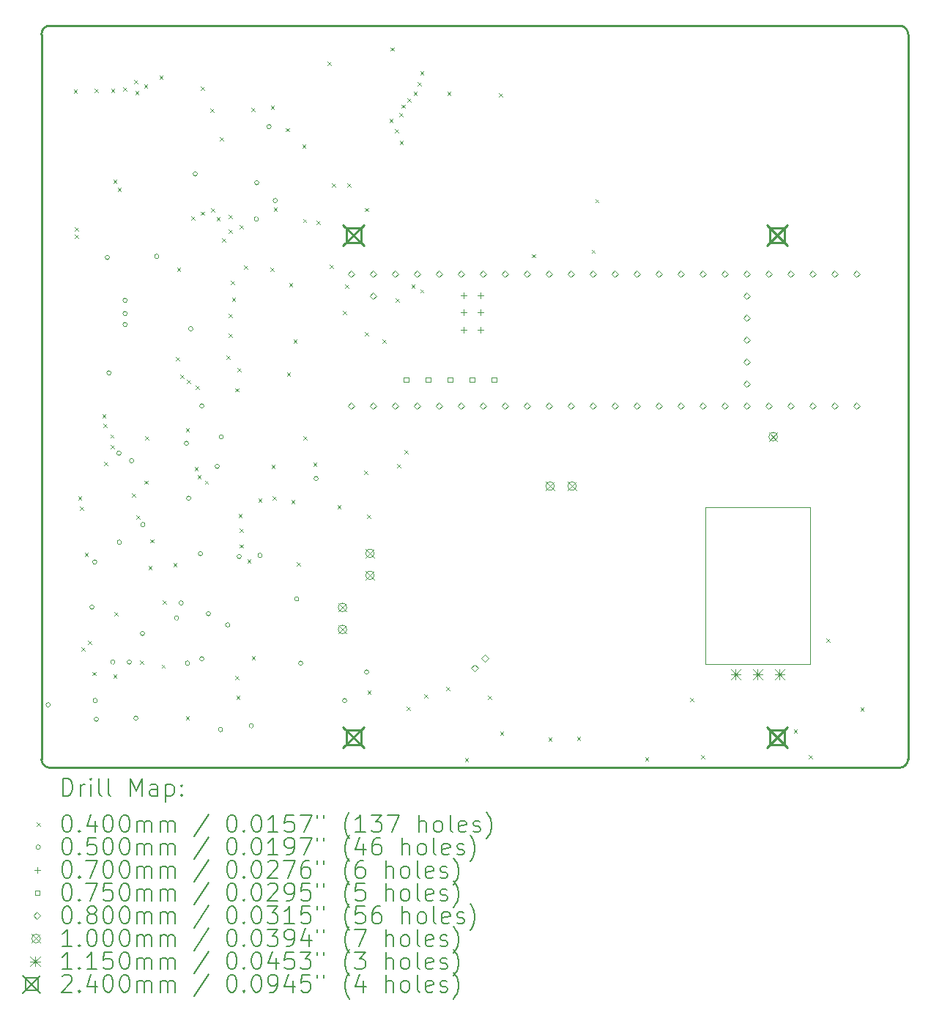
<source format=gbr>
%TF.GenerationSoftware,KiCad,Pcbnew,7.0.6*%
%TF.CreationDate,2024-04-07T14:57:13-04:00*%
%TF.ProjectId,mainbox,6d61696e-626f-4782-9e6b-696361645f70,rev?*%
%TF.SameCoordinates,Original*%
%TF.FileFunction,Drillmap*%
%TF.FilePolarity,Positive*%
%FSLAX45Y45*%
G04 Gerber Fmt 4.5, Leading zero omitted, Abs format (unit mm)*
G04 Created by KiCad (PCBNEW 7.0.6) date 2024-04-07 14:57:13*
%MOMM*%
%LPD*%
G01*
G04 APERTURE LIST*
%ADD10C,0.250000*%
%ADD11C,0.100000*%
%ADD12C,0.200000*%
%ADD13C,0.040000*%
%ADD14C,0.050000*%
%ADD15C,0.070000*%
%ADD16C,0.075000*%
%ADD17C,0.080000*%
%ADD18C,0.115000*%
%ADD19C,0.240000*%
G04 APERTURE END LIST*
D10*
X22387300Y-4851400D02*
G75*
G03*
X22287300Y-4751400I-100000J0D01*
G01*
X12370300Y-13223900D02*
G75*
G03*
X12470300Y-13323900I100000J0D01*
G01*
X22387300Y-13223900D02*
X22387300Y-4851400D01*
X12370300Y-4851400D02*
X12370300Y-13223900D01*
X22287300Y-13323900D02*
G75*
G03*
X22387300Y-13223900I0J100000D01*
G01*
X22287300Y-4751400D02*
X12470300Y-4751400D01*
X12470300Y-13323900D02*
X22287300Y-13323900D01*
D11*
X20047000Y-10318000D02*
X21255000Y-10318000D01*
X21255000Y-12125000D01*
X20047000Y-12125000D01*
X20047000Y-10318000D01*
D10*
X12470300Y-4751400D02*
G75*
G03*
X12370300Y-4851400I0J-100000D01*
G01*
D12*
D13*
X12743500Y-5491800D02*
X12783500Y-5531800D01*
X12783500Y-5491800D02*
X12743500Y-5531800D01*
X12756200Y-7079300D02*
X12796200Y-7119300D01*
X12796200Y-7079300D02*
X12756200Y-7119300D01*
X12756200Y-7168200D02*
X12796200Y-7208200D01*
X12796200Y-7168200D02*
X12756200Y-7208200D01*
X12794300Y-10190800D02*
X12834300Y-10230800D01*
X12834300Y-10190800D02*
X12794300Y-10230800D01*
X12818250Y-10306211D02*
X12858250Y-10346211D01*
X12858250Y-10306211D02*
X12818250Y-10346211D01*
X12832400Y-11930700D02*
X12872400Y-11970700D01*
X12872400Y-11930700D02*
X12832400Y-11970700D01*
X12870500Y-10838500D02*
X12910500Y-10878500D01*
X12910500Y-10838500D02*
X12870500Y-10878500D01*
X12905700Y-11854500D02*
X12945700Y-11894500D01*
X12945700Y-11854500D02*
X12905700Y-11894500D01*
X12960704Y-12216975D02*
X13000704Y-12256975D01*
X13000704Y-12216975D02*
X12960704Y-12256975D01*
X12984800Y-5479100D02*
X13024800Y-5519100D01*
X13024800Y-5479100D02*
X12984800Y-5519100D01*
X13073700Y-9238300D02*
X13113700Y-9278300D01*
X13113700Y-9238300D02*
X13073700Y-9278300D01*
X13086400Y-9352600D02*
X13126400Y-9392600D01*
X13126400Y-9352600D02*
X13086400Y-9392600D01*
X13094600Y-9790849D02*
X13134600Y-9830849D01*
X13134600Y-9790849D02*
X13094600Y-9830849D01*
X13166422Y-9473772D02*
X13206422Y-9513772D01*
X13206422Y-9473772D02*
X13166422Y-9513772D01*
X13172250Y-9593900D02*
X13212250Y-9633900D01*
X13212250Y-9593900D02*
X13172250Y-9633900D01*
X13175300Y-5479100D02*
X13215300Y-5519100D01*
X13215300Y-5479100D02*
X13175300Y-5519100D01*
X13200700Y-6533200D02*
X13240700Y-6573200D01*
X13240700Y-6533200D02*
X13200700Y-6573200D01*
X13200700Y-12248200D02*
X13240700Y-12288200D01*
X13240700Y-12248200D02*
X13200700Y-12288200D01*
X13213400Y-11524300D02*
X13253400Y-11564300D01*
X13253400Y-11524300D02*
X13213400Y-11564300D01*
X13251500Y-6622100D02*
X13291500Y-6662100D01*
X13291500Y-6622100D02*
X13251500Y-6662100D01*
X13315000Y-5466400D02*
X13355000Y-5506400D01*
X13355000Y-5466400D02*
X13315000Y-5506400D01*
X13416600Y-10152700D02*
X13456600Y-10192700D01*
X13456600Y-10152700D02*
X13416600Y-10192700D01*
X13442000Y-5377500D02*
X13482000Y-5417500D01*
X13482000Y-5377500D02*
X13442000Y-5417500D01*
X13454700Y-5504500D02*
X13494700Y-5544500D01*
X13494700Y-5504500D02*
X13454700Y-5544500D01*
X13467400Y-10411200D02*
X13507400Y-10451200D01*
X13507400Y-10411200D02*
X13467400Y-10451200D01*
X13510866Y-12088466D02*
X13550866Y-12128466D01*
X13550866Y-12088466D02*
X13510866Y-12128466D01*
X13556300Y-5428300D02*
X13596300Y-5468300D01*
X13596300Y-5428300D02*
X13556300Y-5468300D01*
X13563150Y-10006150D02*
X13603150Y-10046150D01*
X13603150Y-10006150D02*
X13563150Y-10046150D01*
X13569000Y-9492300D02*
X13609000Y-9532300D01*
X13609000Y-9492300D02*
X13569000Y-9532300D01*
X13607100Y-10990900D02*
X13647100Y-11030900D01*
X13647100Y-10990900D02*
X13607100Y-11030900D01*
X13630250Y-10683560D02*
X13670250Y-10723560D01*
X13670250Y-10683560D02*
X13630250Y-10723560D01*
X13734100Y-5326700D02*
X13774100Y-5366700D01*
X13774100Y-5326700D02*
X13734100Y-5366700D01*
X13759500Y-12131650D02*
X13799500Y-12171650D01*
X13799500Y-12131650D02*
X13759500Y-12171650D01*
X13769950Y-11391986D02*
X13809950Y-11431986D01*
X13809950Y-11391986D02*
X13769950Y-11431986D01*
X13894120Y-10957880D02*
X13934120Y-10997880D01*
X13934120Y-10957880D02*
X13894120Y-10997880D01*
X13924600Y-8577900D02*
X13964600Y-8617900D01*
X13964600Y-8577900D02*
X13924600Y-8617900D01*
X13937300Y-7549200D02*
X13977300Y-7589200D01*
X13977300Y-7549200D02*
X13937300Y-7589200D01*
X13975400Y-8781100D02*
X14015400Y-8821100D01*
X14015400Y-8781100D02*
X13975400Y-8821100D01*
X14038900Y-9403400D02*
X14078900Y-9443400D01*
X14078900Y-9403400D02*
X14038900Y-9443400D01*
X14038900Y-12730800D02*
X14078900Y-12770800D01*
X14078900Y-12730800D02*
X14038900Y-12770800D01*
X14051600Y-8844600D02*
X14091600Y-8884600D01*
X14091600Y-8844600D02*
X14051600Y-8884600D01*
X14102400Y-6952300D02*
X14142400Y-6992300D01*
X14142400Y-6952300D02*
X14102400Y-6992300D01*
X14140500Y-9847900D02*
X14180500Y-9887900D01*
X14180500Y-9847900D02*
X14140500Y-9887900D01*
X14153200Y-8908100D02*
X14193200Y-8948100D01*
X14193200Y-8908100D02*
X14153200Y-8948100D01*
X14173520Y-9941880D02*
X14213520Y-9981880D01*
X14213520Y-9941880D02*
X14173520Y-9981880D01*
X14210084Y-6898967D02*
X14250084Y-6938967D01*
X14250084Y-6898967D02*
X14210084Y-6938967D01*
X14214160Y-5456240D02*
X14254160Y-5496240D01*
X14254160Y-5456240D02*
X14214160Y-5496240D01*
X14259880Y-10007920D02*
X14299880Y-10047920D01*
X14299880Y-10007920D02*
X14259880Y-10047920D01*
X14320840Y-5710240D02*
X14360840Y-5750240D01*
X14360840Y-5710240D02*
X14320840Y-5750240D01*
X14331000Y-6863400D02*
X14371000Y-6903400D01*
X14371000Y-6863400D02*
X14331000Y-6903400D01*
X14394500Y-6965000D02*
X14434500Y-7005000D01*
X14434500Y-6965000D02*
X14394500Y-7005000D01*
X14432600Y-6037900D02*
X14472600Y-6077900D01*
X14472600Y-6037900D02*
X14432600Y-6077900D01*
X14458000Y-7206300D02*
X14498000Y-7246300D01*
X14498000Y-7206300D02*
X14458000Y-7246300D01*
X14508800Y-8565200D02*
X14548800Y-8605200D01*
X14548800Y-8565200D02*
X14508800Y-8605200D01*
X14534200Y-6939600D02*
X14574200Y-6979600D01*
X14574200Y-6939600D02*
X14534200Y-6979600D01*
X14534200Y-8082600D02*
X14574200Y-8122600D01*
X14574200Y-8082600D02*
X14534200Y-8122600D01*
X14534200Y-8311200D02*
X14574200Y-8351200D01*
X14574200Y-8311200D02*
X14534200Y-8351200D01*
X14536900Y-7109200D02*
X14576900Y-7149200D01*
X14576900Y-7109200D02*
X14536900Y-7149200D01*
X14559600Y-7701600D02*
X14599600Y-7741600D01*
X14599600Y-7701600D02*
X14559600Y-7741600D01*
X14572300Y-7892100D02*
X14612300Y-7932100D01*
X14612300Y-7892100D02*
X14572300Y-7932100D01*
X14610400Y-8941120D02*
X14650400Y-8981120D01*
X14650400Y-8941120D02*
X14610400Y-8981120D01*
X14610400Y-12260900D02*
X14650400Y-12300900D01*
X14650400Y-12260900D02*
X14610400Y-12300900D01*
X14623100Y-12489500D02*
X14663100Y-12529500D01*
X14663100Y-12489500D02*
X14623100Y-12529500D01*
X14635800Y-8707440D02*
X14675800Y-8747440D01*
X14675800Y-8707440D02*
X14635800Y-8747440D01*
X14648500Y-10394000D02*
X14688500Y-10434000D01*
X14688500Y-10394000D02*
X14648500Y-10434000D01*
X14661200Y-7053900D02*
X14701200Y-7093900D01*
X14701200Y-7053900D02*
X14661200Y-7093900D01*
X14661200Y-10559100D02*
X14701200Y-10599100D01*
X14701200Y-10559100D02*
X14661200Y-10599100D01*
X14661200Y-10744520D02*
X14701200Y-10784520D01*
X14701200Y-10744520D02*
X14661200Y-10784520D01*
X14712000Y-7519300D02*
X14752000Y-7559300D01*
X14752000Y-7519300D02*
X14712000Y-7559300D01*
X14750100Y-10914700D02*
X14790100Y-10954700D01*
X14790100Y-10914700D02*
X14750100Y-10954700D01*
X14794618Y-5699411D02*
X14834618Y-5739411D01*
X14834618Y-5699411D02*
X14794618Y-5739411D01*
X14800900Y-12032300D02*
X14840900Y-12072300D01*
X14840900Y-12032300D02*
X14800900Y-12072300D01*
X14877100Y-10216200D02*
X14917100Y-10256200D01*
X14917100Y-10216200D02*
X14877100Y-10256200D01*
X15016800Y-7549200D02*
X15056800Y-7589200D01*
X15056800Y-7549200D02*
X15016800Y-7589200D01*
X15019908Y-5677822D02*
X15059908Y-5717822D01*
X15059908Y-5677822D02*
X15019908Y-5717822D01*
X15029500Y-9822500D02*
X15069500Y-9862500D01*
X15069500Y-9822500D02*
X15029500Y-9862500D01*
X15042200Y-10190800D02*
X15082200Y-10230800D01*
X15082200Y-10190800D02*
X15042200Y-10230800D01*
X15054900Y-6850700D02*
X15094900Y-6890700D01*
X15094900Y-6850700D02*
X15054900Y-6890700D01*
X15194600Y-5933760D02*
X15234600Y-5973760D01*
X15234600Y-5933760D02*
X15194600Y-5973760D01*
X15207300Y-8755700D02*
X15247300Y-8795700D01*
X15247300Y-8755700D02*
X15207300Y-8795700D01*
X15232700Y-7727000D02*
X15272700Y-7767000D01*
X15272700Y-7727000D02*
X15232700Y-7767000D01*
X15258100Y-10228900D02*
X15298100Y-10268900D01*
X15298100Y-10228900D02*
X15258100Y-10268900D01*
X15283500Y-8374700D02*
X15323500Y-8414700D01*
X15323500Y-8374700D02*
X15283500Y-8414700D01*
X15321600Y-10952800D02*
X15361600Y-10992800D01*
X15361600Y-10952800D02*
X15321600Y-10992800D01*
X15385100Y-6126800D02*
X15425100Y-6166800D01*
X15425100Y-6126800D02*
X15385100Y-6166800D01*
X15392720Y-6985320D02*
X15432720Y-7025320D01*
X15432720Y-6985320D02*
X15392720Y-7025320D01*
X15397800Y-9492300D02*
X15437800Y-9532300D01*
X15437800Y-9492300D02*
X15397800Y-9532300D01*
X15512100Y-9797100D02*
X15552100Y-9837100D01*
X15552100Y-9797100D02*
X15512100Y-9837100D01*
X15550200Y-7003100D02*
X15590200Y-7043100D01*
X15590200Y-7003100D02*
X15550200Y-7043100D01*
X15677200Y-5166680D02*
X15717200Y-5206680D01*
X15717200Y-5166680D02*
X15677200Y-5206680D01*
X15702600Y-7511100D02*
X15742600Y-7551100D01*
X15742600Y-7511100D02*
X15702600Y-7551100D01*
X15728000Y-6571300D02*
X15768000Y-6611300D01*
X15768000Y-6571300D02*
X15728000Y-6611300D01*
X15791500Y-10290300D02*
X15831500Y-10330300D01*
X15831500Y-10290300D02*
X15791500Y-10330300D01*
X15855000Y-8044500D02*
X15895000Y-8084500D01*
X15895000Y-8044500D02*
X15855000Y-8084500D01*
X15880400Y-7742240D02*
X15920400Y-7782240D01*
X15920400Y-7742240D02*
X15880400Y-7782240D01*
X15905800Y-6571300D02*
X15945800Y-6611300D01*
X15945800Y-6571300D02*
X15905800Y-6611300D01*
X16098840Y-9891080D02*
X16138840Y-9931080D01*
X16138840Y-9891080D02*
X16098840Y-9931080D01*
X16109000Y-6858320D02*
X16149000Y-6898320D01*
X16149000Y-6858320D02*
X16109000Y-6898320D01*
X16109000Y-8291450D02*
X16149000Y-8331450D01*
X16149000Y-8291450D02*
X16109000Y-8331450D01*
X16134400Y-10399080D02*
X16174400Y-10439080D01*
X16174400Y-10399080D02*
X16134400Y-10439080D01*
X16139480Y-12431080D02*
X16179480Y-12471080D01*
X16179480Y-12431080D02*
X16139480Y-12471080D01*
X16312200Y-8374700D02*
X16352200Y-8414700D01*
X16352200Y-8374700D02*
X16312200Y-8414700D01*
X16393480Y-5827080D02*
X16433480Y-5867080D01*
X16433480Y-5827080D02*
X16393480Y-5867080D01*
X16403640Y-5004120D02*
X16443640Y-5044120D01*
X16443640Y-5004120D02*
X16403640Y-5044120D01*
X16454440Y-5949000D02*
X16494440Y-5989000D01*
X16494440Y-5949000D02*
X16454440Y-5989000D01*
X16464600Y-7900300D02*
X16504600Y-7940300D01*
X16504600Y-7900300D02*
X16464600Y-7940300D01*
X16479840Y-9814880D02*
X16519840Y-9854880D01*
X16519840Y-9814880D02*
X16479840Y-9854880D01*
X16505240Y-5761040D02*
X16545240Y-5801040D01*
X16545240Y-5761040D02*
X16505240Y-5801040D01*
X16511857Y-6084623D02*
X16551857Y-6124623D01*
X16551857Y-6084623D02*
X16511857Y-6124623D01*
X16530640Y-5664520D02*
X16570640Y-5704520D01*
X16570640Y-5664520D02*
X16530640Y-5704520D01*
X16566200Y-9657400D02*
X16606200Y-9697400D01*
X16606200Y-9657400D02*
X16566200Y-9697400D01*
X16591600Y-12616500D02*
X16631600Y-12656500D01*
X16631600Y-12616500D02*
X16591600Y-12656500D01*
X16601760Y-5593400D02*
X16641760Y-5633400D01*
X16641760Y-5593400D02*
X16601760Y-5633400D01*
X16647480Y-7742240D02*
X16687480Y-7782240D01*
X16687480Y-7742240D02*
X16647480Y-7782240D01*
X16672880Y-5517200D02*
X16712880Y-5557200D01*
X16712880Y-5517200D02*
X16672880Y-5557200D01*
X16715635Y-5408003D02*
X16755635Y-5448003D01*
X16755635Y-5408003D02*
X16715635Y-5448003D01*
X16748550Y-7796685D02*
X16788550Y-7836685D01*
X16788550Y-7796685D02*
X16748550Y-7836685D01*
X16749080Y-5278440D02*
X16789080Y-5318440D01*
X16789080Y-5278440D02*
X16749080Y-5318440D01*
X16794800Y-12476800D02*
X16834800Y-12516800D01*
X16834800Y-12476800D02*
X16794800Y-12516800D01*
X17048800Y-12387900D02*
X17088800Y-12427900D01*
X17088800Y-12387900D02*
X17048800Y-12427900D01*
X17061500Y-5517200D02*
X17101500Y-5557200D01*
X17101500Y-5517200D02*
X17061500Y-5557200D01*
X17264700Y-13213400D02*
X17304700Y-13253400D01*
X17304700Y-13213400D02*
X17264700Y-13253400D01*
X17531400Y-12489500D02*
X17571400Y-12529500D01*
X17571400Y-12489500D02*
X17531400Y-12529500D01*
X17658400Y-5529900D02*
X17698400Y-5569900D01*
X17698400Y-5529900D02*
X17658400Y-5569900D01*
X17671100Y-12908600D02*
X17711100Y-12948600D01*
X17711100Y-12908600D02*
X17671100Y-12948600D01*
X18039400Y-7391720D02*
X18079400Y-7431720D01*
X18079400Y-7391720D02*
X18039400Y-7431720D01*
X18229900Y-12972100D02*
X18269900Y-13012100D01*
X18269900Y-12972100D02*
X18229900Y-13012100D01*
X18560100Y-12963900D02*
X18600100Y-13003900D01*
X18600100Y-12963900D02*
X18560100Y-13003900D01*
X18730280Y-7340920D02*
X18770280Y-7380920D01*
X18770280Y-7340920D02*
X18730280Y-7380920D01*
X18770920Y-6756720D02*
X18810920Y-6796720D01*
X18810920Y-6756720D02*
X18770920Y-6796720D01*
X19347500Y-13200700D02*
X19387500Y-13240700D01*
X19387500Y-13200700D02*
X19347500Y-13240700D01*
X19868200Y-12514900D02*
X19908200Y-12554900D01*
X19908200Y-12514900D02*
X19868200Y-12554900D01*
X19995200Y-13175300D02*
X20035200Y-13215300D01*
X20035200Y-13175300D02*
X19995200Y-13215300D01*
X21067080Y-12883200D02*
X21107080Y-12923200D01*
X21107080Y-12883200D02*
X21067080Y-12923200D01*
X21239800Y-13175300D02*
X21279800Y-13215300D01*
X21279800Y-13175300D02*
X21239800Y-13215300D01*
X21443000Y-11831640D02*
X21483000Y-11871640D01*
X21483000Y-11831640D02*
X21443000Y-11871640D01*
X21836700Y-12629200D02*
X21876700Y-12669200D01*
X21876700Y-12629200D02*
X21836700Y-12669200D01*
D14*
X12472541Y-12597110D02*
G75*
G03*
X12472541Y-12597110I-25000J0D01*
G01*
X12979000Y-11468100D02*
G75*
G03*
X12979000Y-11468100I-25000J0D01*
G01*
X13010750Y-10947400D02*
G75*
G03*
X13010750Y-10947400I-25000J0D01*
G01*
X13017100Y-12547600D02*
G75*
G03*
X13017100Y-12547600I-25000J0D01*
G01*
X13029800Y-12763500D02*
G75*
G03*
X13029800Y-12763500I-25000J0D01*
G01*
X13156800Y-7429500D02*
G75*
G03*
X13156800Y-7429500I-25000J0D01*
G01*
X13175850Y-8763000D02*
G75*
G03*
X13175850Y-8763000I-25000J0D01*
G01*
X13220300Y-12103100D02*
G75*
G03*
X13220300Y-12103100I-25000J0D01*
G01*
X13291200Y-9690100D02*
G75*
G03*
X13291200Y-9690100I-25000J0D01*
G01*
X13296500Y-10718800D02*
G75*
G03*
X13296500Y-10718800I-25000J0D01*
G01*
X13361800Y-7924800D02*
G75*
G03*
X13361800Y-7924800I-25000J0D01*
G01*
X13361800Y-8077200D02*
G75*
G03*
X13361800Y-8077200I-25000J0D01*
G01*
X13361800Y-8204200D02*
G75*
G03*
X13361800Y-8204200I-25000J0D01*
G01*
X13410800Y-12103100D02*
G75*
G03*
X13410800Y-12103100I-25000J0D01*
G01*
X13436821Y-9777425D02*
G75*
G03*
X13436821Y-9777425I-25000J0D01*
G01*
X13487000Y-12750800D02*
G75*
G03*
X13487000Y-12750800I-25000J0D01*
G01*
X13563200Y-11772900D02*
G75*
G03*
X13563200Y-11772900I-25000J0D01*
G01*
X13568150Y-10515600D02*
G75*
G03*
X13568150Y-10515600I-25000J0D01*
G01*
X13728300Y-7416800D02*
G75*
G03*
X13728300Y-7416800I-25000J0D01*
G01*
X13956900Y-11595100D02*
G75*
G03*
X13956900Y-11595100I-25000J0D01*
G01*
X14010240Y-11419840D02*
G75*
G03*
X14010240Y-11419840I-25000J0D01*
G01*
X14071200Y-9575800D02*
G75*
G03*
X14071200Y-9575800I-25000J0D01*
G01*
X14083900Y-12115800D02*
G75*
G03*
X14083900Y-12115800I-25000J0D01*
G01*
X14097340Y-10210800D02*
G75*
G03*
X14097340Y-10210800I-25000J0D01*
G01*
X14122000Y-8253700D02*
G75*
G03*
X14122000Y-8253700I-25000J0D01*
G01*
X14172800Y-6464300D02*
G75*
G03*
X14172800Y-6464300I-25000J0D01*
G01*
X14233760Y-10850880D02*
G75*
G03*
X14233760Y-10850880I-25000J0D01*
G01*
X14249000Y-9144000D02*
G75*
G03*
X14249000Y-9144000I-25000J0D01*
G01*
X14249000Y-12065000D02*
G75*
G03*
X14249000Y-12065000I-25000J0D01*
G01*
X14325200Y-11544300D02*
G75*
G03*
X14325200Y-11544300I-25000J0D01*
G01*
X14426800Y-9842500D02*
G75*
G03*
X14426800Y-9842500I-25000J0D01*
G01*
X14464900Y-12882550D02*
G75*
G03*
X14464900Y-12882550I-25000J0D01*
G01*
X14473462Y-9503738D02*
G75*
G03*
X14473462Y-9503738I-25000J0D01*
G01*
X14548720Y-11673840D02*
G75*
G03*
X14548720Y-11673840I-25000J0D01*
G01*
X14680800Y-10883900D02*
G75*
G03*
X14680800Y-10883900I-25000J0D01*
G01*
X14820500Y-12839700D02*
G75*
G03*
X14820500Y-12839700I-25000J0D01*
G01*
X14878920Y-6985000D02*
G75*
G03*
X14878920Y-6985000I-25000J0D01*
G01*
X14884000Y-6565900D02*
G75*
G03*
X14884000Y-6565900I-25000J0D01*
G01*
X14922100Y-10871200D02*
G75*
G03*
X14922100Y-10871200I-25000J0D01*
G01*
X15026240Y-5918200D02*
G75*
G03*
X15026240Y-5918200I-25000J0D01*
G01*
X15097360Y-6771640D02*
G75*
G03*
X15097360Y-6771640I-25000J0D01*
G01*
X15346280Y-11374120D02*
G75*
G03*
X15346280Y-11374120I-25000J0D01*
G01*
X15392000Y-12115800D02*
G75*
G03*
X15392000Y-12115800I-25000J0D01*
G01*
X15569800Y-9982200D02*
G75*
G03*
X15569800Y-9982200I-25000J0D01*
G01*
X15900000Y-12547600D02*
G75*
G03*
X15900000Y-12547600I-25000J0D01*
G01*
X16154000Y-12217400D02*
G75*
G03*
X16154000Y-12217400I-25000J0D01*
G01*
D15*
X17248200Y-7830200D02*
X17248200Y-7900200D01*
X17213200Y-7865200D02*
X17283200Y-7865200D01*
X17248200Y-8030200D02*
X17248200Y-8100200D01*
X17213200Y-8065200D02*
X17283200Y-8065200D01*
X17248200Y-8230200D02*
X17248200Y-8300200D01*
X17213200Y-8265200D02*
X17283200Y-8265200D01*
X17448200Y-7830200D02*
X17448200Y-7900200D01*
X17413200Y-7865200D02*
X17483200Y-7865200D01*
X17448200Y-8030200D02*
X17448200Y-8100200D01*
X17413200Y-8065200D02*
X17483200Y-8065200D01*
X17448200Y-8230200D02*
X17448200Y-8300200D01*
X17413200Y-8265200D02*
X17483200Y-8265200D01*
D16*
X16612717Y-8865717D02*
X16612717Y-8812683D01*
X16559683Y-8812683D01*
X16559683Y-8865717D01*
X16612717Y-8865717D01*
X16866717Y-8865717D02*
X16866717Y-8812683D01*
X16813683Y-8812683D01*
X16813683Y-8865717D01*
X16866717Y-8865717D01*
X17120717Y-8865717D02*
X17120717Y-8812683D01*
X17067683Y-8812683D01*
X17067683Y-8865717D01*
X17120717Y-8865717D01*
X17374717Y-8865717D02*
X17374717Y-8812683D01*
X17321683Y-8812683D01*
X17321683Y-8865717D01*
X17374717Y-8865717D01*
X17628717Y-8865717D02*
X17628717Y-8812683D01*
X17575683Y-8812683D01*
X17575683Y-8865717D01*
X17628717Y-8865717D01*
D17*
X15951200Y-7660200D02*
X15991200Y-7620200D01*
X15951200Y-7580200D01*
X15911200Y-7620200D01*
X15951200Y-7660200D01*
X15951200Y-9184200D02*
X15991200Y-9144200D01*
X15951200Y-9104200D01*
X15911200Y-9144200D01*
X15951200Y-9184200D01*
X16205200Y-7660200D02*
X16245200Y-7620200D01*
X16205200Y-7580200D01*
X16165200Y-7620200D01*
X16205200Y-7660200D01*
X16205200Y-7914200D02*
X16245200Y-7874200D01*
X16205200Y-7834200D01*
X16165200Y-7874200D01*
X16205200Y-7914200D01*
X16205200Y-9184200D02*
X16245200Y-9144200D01*
X16205200Y-9104200D01*
X16165200Y-9144200D01*
X16205200Y-9184200D01*
X16459200Y-7660200D02*
X16499200Y-7620200D01*
X16459200Y-7580200D01*
X16419200Y-7620200D01*
X16459200Y-7660200D01*
X16459200Y-9184200D02*
X16499200Y-9144200D01*
X16459200Y-9104200D01*
X16419200Y-9144200D01*
X16459200Y-9184200D01*
X16713200Y-7660200D02*
X16753200Y-7620200D01*
X16713200Y-7580200D01*
X16673200Y-7620200D01*
X16713200Y-7660200D01*
X16713200Y-9184200D02*
X16753200Y-9144200D01*
X16713200Y-9104200D01*
X16673200Y-9144200D01*
X16713200Y-9184200D01*
X16967200Y-7660200D02*
X17007200Y-7620200D01*
X16967200Y-7580200D01*
X16927200Y-7620200D01*
X16967200Y-7660200D01*
X16967200Y-9184200D02*
X17007200Y-9144200D01*
X16967200Y-9104200D01*
X16927200Y-9144200D01*
X16967200Y-9184200D01*
X17221200Y-7660200D02*
X17261200Y-7620200D01*
X17221200Y-7580200D01*
X17181200Y-7620200D01*
X17221200Y-7660200D01*
X17221200Y-9184200D02*
X17261200Y-9144200D01*
X17221200Y-9104200D01*
X17181200Y-9144200D01*
X17221200Y-9184200D01*
X17379400Y-12211400D02*
X17419400Y-12171400D01*
X17379400Y-12131400D01*
X17339400Y-12171400D01*
X17379400Y-12211400D01*
X17475200Y-7660200D02*
X17515200Y-7620200D01*
X17475200Y-7580200D01*
X17435200Y-7620200D01*
X17475200Y-7660200D01*
X17475200Y-9184200D02*
X17515200Y-9144200D01*
X17475200Y-9104200D01*
X17435200Y-9144200D01*
X17475200Y-9184200D01*
X17495400Y-12099400D02*
X17535400Y-12059400D01*
X17495400Y-12019400D01*
X17455400Y-12059400D01*
X17495400Y-12099400D01*
X17729200Y-7660200D02*
X17769200Y-7620200D01*
X17729200Y-7580200D01*
X17689200Y-7620200D01*
X17729200Y-7660200D01*
X17729200Y-9184200D02*
X17769200Y-9144200D01*
X17729200Y-9104200D01*
X17689200Y-9144200D01*
X17729200Y-9184200D01*
X17983200Y-7660200D02*
X18023200Y-7620200D01*
X17983200Y-7580200D01*
X17943200Y-7620200D01*
X17983200Y-7660200D01*
X17983200Y-9184200D02*
X18023200Y-9144200D01*
X17983200Y-9104200D01*
X17943200Y-9144200D01*
X17983200Y-9184200D01*
X18237200Y-7660200D02*
X18277200Y-7620200D01*
X18237200Y-7580200D01*
X18197200Y-7620200D01*
X18237200Y-7660200D01*
X18237200Y-9184200D02*
X18277200Y-9144200D01*
X18237200Y-9104200D01*
X18197200Y-9144200D01*
X18237200Y-9184200D01*
X18491200Y-7660200D02*
X18531200Y-7620200D01*
X18491200Y-7580200D01*
X18451200Y-7620200D01*
X18491200Y-7660200D01*
X18491200Y-9184200D02*
X18531200Y-9144200D01*
X18491200Y-9104200D01*
X18451200Y-9144200D01*
X18491200Y-9184200D01*
X18745200Y-7660200D02*
X18785200Y-7620200D01*
X18745200Y-7580200D01*
X18705200Y-7620200D01*
X18745200Y-7660200D01*
X18745200Y-9184200D02*
X18785200Y-9144200D01*
X18745200Y-9104200D01*
X18705200Y-9144200D01*
X18745200Y-9184200D01*
X18999200Y-7660200D02*
X19039200Y-7620200D01*
X18999200Y-7580200D01*
X18959200Y-7620200D01*
X18999200Y-7660200D01*
X18999200Y-9184200D02*
X19039200Y-9144200D01*
X18999200Y-9104200D01*
X18959200Y-9144200D01*
X18999200Y-9184200D01*
X19253200Y-7660200D02*
X19293200Y-7620200D01*
X19253200Y-7580200D01*
X19213200Y-7620200D01*
X19253200Y-7660200D01*
X19253200Y-9184200D02*
X19293200Y-9144200D01*
X19253200Y-9104200D01*
X19213200Y-9144200D01*
X19253200Y-9184200D01*
X19507200Y-7660200D02*
X19547200Y-7620200D01*
X19507200Y-7580200D01*
X19467200Y-7620200D01*
X19507200Y-7660200D01*
X19507200Y-9184200D02*
X19547200Y-9144200D01*
X19507200Y-9104200D01*
X19467200Y-9144200D01*
X19507200Y-9184200D01*
X19761200Y-7660200D02*
X19801200Y-7620200D01*
X19761200Y-7580200D01*
X19721200Y-7620200D01*
X19761200Y-7660200D01*
X19761200Y-9184200D02*
X19801200Y-9144200D01*
X19761200Y-9104200D01*
X19721200Y-9144200D01*
X19761200Y-9184200D01*
X20015200Y-7660200D02*
X20055200Y-7620200D01*
X20015200Y-7580200D01*
X19975200Y-7620200D01*
X20015200Y-7660200D01*
X20015200Y-9184200D02*
X20055200Y-9144200D01*
X20015200Y-9104200D01*
X19975200Y-9144200D01*
X20015200Y-9184200D01*
X20269200Y-7660200D02*
X20309200Y-7620200D01*
X20269200Y-7580200D01*
X20229200Y-7620200D01*
X20269200Y-7660200D01*
X20269200Y-9184200D02*
X20309200Y-9144200D01*
X20269200Y-9104200D01*
X20229200Y-9144200D01*
X20269200Y-9184200D01*
X20523200Y-7660200D02*
X20563200Y-7620200D01*
X20523200Y-7580200D01*
X20483200Y-7620200D01*
X20523200Y-7660200D01*
X20523200Y-7914200D02*
X20563200Y-7874200D01*
X20523200Y-7834200D01*
X20483200Y-7874200D01*
X20523200Y-7914200D01*
X20523200Y-8168200D02*
X20563200Y-8128200D01*
X20523200Y-8088200D01*
X20483200Y-8128200D01*
X20523200Y-8168200D01*
X20523200Y-8422200D02*
X20563200Y-8382200D01*
X20523200Y-8342200D01*
X20483200Y-8382200D01*
X20523200Y-8422200D01*
X20523200Y-8676200D02*
X20563200Y-8636200D01*
X20523200Y-8596200D01*
X20483200Y-8636200D01*
X20523200Y-8676200D01*
X20523200Y-8930200D02*
X20563200Y-8890200D01*
X20523200Y-8850200D01*
X20483200Y-8890200D01*
X20523200Y-8930200D01*
X20523200Y-9184200D02*
X20563200Y-9144200D01*
X20523200Y-9104200D01*
X20483200Y-9144200D01*
X20523200Y-9184200D01*
X20777200Y-7660200D02*
X20817200Y-7620200D01*
X20777200Y-7580200D01*
X20737200Y-7620200D01*
X20777200Y-7660200D01*
X20777200Y-9184200D02*
X20817200Y-9144200D01*
X20777200Y-9104200D01*
X20737200Y-9144200D01*
X20777200Y-9184200D01*
X21031200Y-7660200D02*
X21071200Y-7620200D01*
X21031200Y-7580200D01*
X20991200Y-7620200D01*
X21031200Y-7660200D01*
X21031200Y-9184200D02*
X21071200Y-9144200D01*
X21031200Y-9104200D01*
X20991200Y-9144200D01*
X21031200Y-9184200D01*
X21285200Y-7660200D02*
X21325200Y-7620200D01*
X21285200Y-7580200D01*
X21245200Y-7620200D01*
X21285200Y-7660200D01*
X21285200Y-9184200D02*
X21325200Y-9144200D01*
X21285200Y-9104200D01*
X21245200Y-9144200D01*
X21285200Y-9184200D01*
X21539200Y-7660200D02*
X21579200Y-7620200D01*
X21539200Y-7580200D01*
X21499200Y-7620200D01*
X21539200Y-7660200D01*
X21539200Y-9184200D02*
X21579200Y-9144200D01*
X21539200Y-9104200D01*
X21499200Y-9144200D01*
X21539200Y-9184200D01*
X21793200Y-7660200D02*
X21833200Y-7620200D01*
X21793200Y-7580200D01*
X21753200Y-7620200D01*
X21793200Y-7660200D01*
X21793200Y-9184200D02*
X21833200Y-9144200D01*
X21793200Y-9104200D01*
X21753200Y-9144200D01*
X21793200Y-9184200D01*
D11*
X15799800Y-11420900D02*
X15899800Y-11520900D01*
X15899800Y-11420900D02*
X15799800Y-11520900D01*
X15899800Y-11470900D02*
G75*
G03*
X15899800Y-11470900I-50000J0D01*
G01*
X15799800Y-11674900D02*
X15899800Y-11774900D01*
X15899800Y-11674900D02*
X15799800Y-11774900D01*
X15899800Y-11724900D02*
G75*
G03*
X15899800Y-11724900I-50000J0D01*
G01*
X16117100Y-10795800D02*
X16217100Y-10895800D01*
X16217100Y-10795800D02*
X16117100Y-10895800D01*
X16217100Y-10845800D02*
G75*
G03*
X16217100Y-10845800I-50000J0D01*
G01*
X16117100Y-11049800D02*
X16217100Y-11149800D01*
X16217100Y-11049800D02*
X16117100Y-11149800D01*
X16217100Y-11099800D02*
G75*
G03*
X16217100Y-11099800I-50000J0D01*
G01*
X18199900Y-10021100D02*
X18299900Y-10121100D01*
X18299900Y-10021100D02*
X18199900Y-10121100D01*
X18299900Y-10071100D02*
G75*
G03*
X18299900Y-10071100I-50000J0D01*
G01*
X18453900Y-10021100D02*
X18553900Y-10121100D01*
X18553900Y-10021100D02*
X18453900Y-10121100D01*
X18553900Y-10071100D02*
G75*
G03*
X18553900Y-10071100I-50000J0D01*
G01*
X20778000Y-9449600D02*
X20878000Y-9549600D01*
X20878000Y-9449600D02*
X20778000Y-9549600D01*
X20878000Y-9499600D02*
G75*
G03*
X20878000Y-9499600I-50000J0D01*
G01*
D18*
X20338700Y-12189000D02*
X20453700Y-12304000D01*
X20453700Y-12189000D02*
X20338700Y-12304000D01*
X20396200Y-12189000D02*
X20396200Y-12304000D01*
X20338700Y-12246500D02*
X20453700Y-12246500D01*
X20592700Y-12189000D02*
X20707700Y-12304000D01*
X20707700Y-12189000D02*
X20592700Y-12304000D01*
X20650200Y-12189000D02*
X20650200Y-12304000D01*
X20592700Y-12246500D02*
X20707700Y-12246500D01*
X20846700Y-12189000D02*
X20961700Y-12304000D01*
X20961700Y-12189000D02*
X20846700Y-12304000D01*
X20904200Y-12189000D02*
X20904200Y-12304000D01*
X20846700Y-12246500D02*
X20961700Y-12246500D01*
D19*
X15856800Y-7053900D02*
X16096800Y-7293900D01*
X16096800Y-7053900D02*
X15856800Y-7293900D01*
X16061654Y-7258754D02*
X16061654Y-7089046D01*
X15891946Y-7089046D01*
X15891946Y-7258754D01*
X16061654Y-7258754D01*
X15856800Y-12853900D02*
X16096800Y-13093900D01*
X16096800Y-12853900D02*
X15856800Y-13093900D01*
X16061654Y-13058754D02*
X16061654Y-12889046D01*
X15891946Y-12889046D01*
X15891946Y-13058754D01*
X16061654Y-13058754D01*
X20756800Y-7053900D02*
X20996800Y-7293900D01*
X20996800Y-7053900D02*
X20756800Y-7293900D01*
X20961654Y-7258754D02*
X20961654Y-7089046D01*
X20791946Y-7089046D01*
X20791946Y-7258754D01*
X20961654Y-7258754D01*
X20756800Y-12853900D02*
X20996800Y-13093900D01*
X20996800Y-12853900D02*
X20756800Y-13093900D01*
X20961654Y-13058754D02*
X20961654Y-12889046D01*
X20791946Y-12889046D01*
X20791946Y-13058754D01*
X20961654Y-13058754D01*
D12*
X12618577Y-13647884D02*
X12618577Y-13447884D01*
X12618577Y-13447884D02*
X12666196Y-13447884D01*
X12666196Y-13447884D02*
X12694767Y-13457408D01*
X12694767Y-13457408D02*
X12713815Y-13476455D01*
X12713815Y-13476455D02*
X12723339Y-13495503D01*
X12723339Y-13495503D02*
X12732862Y-13533598D01*
X12732862Y-13533598D02*
X12732862Y-13562169D01*
X12732862Y-13562169D02*
X12723339Y-13600265D01*
X12723339Y-13600265D02*
X12713815Y-13619312D01*
X12713815Y-13619312D02*
X12694767Y-13638360D01*
X12694767Y-13638360D02*
X12666196Y-13647884D01*
X12666196Y-13647884D02*
X12618577Y-13647884D01*
X12818577Y-13647884D02*
X12818577Y-13514550D01*
X12818577Y-13552646D02*
X12828101Y-13533598D01*
X12828101Y-13533598D02*
X12837624Y-13524074D01*
X12837624Y-13524074D02*
X12856672Y-13514550D01*
X12856672Y-13514550D02*
X12875720Y-13514550D01*
X12942386Y-13647884D02*
X12942386Y-13514550D01*
X12942386Y-13447884D02*
X12932862Y-13457408D01*
X12932862Y-13457408D02*
X12942386Y-13466931D01*
X12942386Y-13466931D02*
X12951910Y-13457408D01*
X12951910Y-13457408D02*
X12942386Y-13447884D01*
X12942386Y-13447884D02*
X12942386Y-13466931D01*
X13066196Y-13647884D02*
X13047148Y-13638360D01*
X13047148Y-13638360D02*
X13037624Y-13619312D01*
X13037624Y-13619312D02*
X13037624Y-13447884D01*
X13170958Y-13647884D02*
X13151910Y-13638360D01*
X13151910Y-13638360D02*
X13142386Y-13619312D01*
X13142386Y-13619312D02*
X13142386Y-13447884D01*
X13399529Y-13647884D02*
X13399529Y-13447884D01*
X13399529Y-13447884D02*
X13466196Y-13590741D01*
X13466196Y-13590741D02*
X13532862Y-13447884D01*
X13532862Y-13447884D02*
X13532862Y-13647884D01*
X13713815Y-13647884D02*
X13713815Y-13543122D01*
X13713815Y-13543122D02*
X13704291Y-13524074D01*
X13704291Y-13524074D02*
X13685243Y-13514550D01*
X13685243Y-13514550D02*
X13647148Y-13514550D01*
X13647148Y-13514550D02*
X13628101Y-13524074D01*
X13713815Y-13638360D02*
X13694767Y-13647884D01*
X13694767Y-13647884D02*
X13647148Y-13647884D01*
X13647148Y-13647884D02*
X13628101Y-13638360D01*
X13628101Y-13638360D02*
X13618577Y-13619312D01*
X13618577Y-13619312D02*
X13618577Y-13600265D01*
X13618577Y-13600265D02*
X13628101Y-13581217D01*
X13628101Y-13581217D02*
X13647148Y-13571693D01*
X13647148Y-13571693D02*
X13694767Y-13571693D01*
X13694767Y-13571693D02*
X13713815Y-13562169D01*
X13809053Y-13514550D02*
X13809053Y-13714550D01*
X13809053Y-13524074D02*
X13828101Y-13514550D01*
X13828101Y-13514550D02*
X13866196Y-13514550D01*
X13866196Y-13514550D02*
X13885243Y-13524074D01*
X13885243Y-13524074D02*
X13894767Y-13533598D01*
X13894767Y-13533598D02*
X13904291Y-13552646D01*
X13904291Y-13552646D02*
X13904291Y-13609788D01*
X13904291Y-13609788D02*
X13894767Y-13628836D01*
X13894767Y-13628836D02*
X13885243Y-13638360D01*
X13885243Y-13638360D02*
X13866196Y-13647884D01*
X13866196Y-13647884D02*
X13828101Y-13647884D01*
X13828101Y-13647884D02*
X13809053Y-13638360D01*
X13990005Y-13628836D02*
X13999529Y-13638360D01*
X13999529Y-13638360D02*
X13990005Y-13647884D01*
X13990005Y-13647884D02*
X13980482Y-13638360D01*
X13980482Y-13638360D02*
X13990005Y-13628836D01*
X13990005Y-13628836D02*
X13990005Y-13647884D01*
X13990005Y-13524074D02*
X13999529Y-13533598D01*
X13999529Y-13533598D02*
X13990005Y-13543122D01*
X13990005Y-13543122D02*
X13980482Y-13533598D01*
X13980482Y-13533598D02*
X13990005Y-13524074D01*
X13990005Y-13524074D02*
X13990005Y-13543122D01*
D13*
X12317800Y-13956400D02*
X12357800Y-13996400D01*
X12357800Y-13956400D02*
X12317800Y-13996400D01*
D12*
X12656672Y-13867884D02*
X12675720Y-13867884D01*
X12675720Y-13867884D02*
X12694767Y-13877408D01*
X12694767Y-13877408D02*
X12704291Y-13886931D01*
X12704291Y-13886931D02*
X12713815Y-13905979D01*
X12713815Y-13905979D02*
X12723339Y-13944074D01*
X12723339Y-13944074D02*
X12723339Y-13991693D01*
X12723339Y-13991693D02*
X12713815Y-14029788D01*
X12713815Y-14029788D02*
X12704291Y-14048836D01*
X12704291Y-14048836D02*
X12694767Y-14058360D01*
X12694767Y-14058360D02*
X12675720Y-14067884D01*
X12675720Y-14067884D02*
X12656672Y-14067884D01*
X12656672Y-14067884D02*
X12637624Y-14058360D01*
X12637624Y-14058360D02*
X12628101Y-14048836D01*
X12628101Y-14048836D02*
X12618577Y-14029788D01*
X12618577Y-14029788D02*
X12609053Y-13991693D01*
X12609053Y-13991693D02*
X12609053Y-13944074D01*
X12609053Y-13944074D02*
X12618577Y-13905979D01*
X12618577Y-13905979D02*
X12628101Y-13886931D01*
X12628101Y-13886931D02*
X12637624Y-13877408D01*
X12637624Y-13877408D02*
X12656672Y-13867884D01*
X12809053Y-14048836D02*
X12818577Y-14058360D01*
X12818577Y-14058360D02*
X12809053Y-14067884D01*
X12809053Y-14067884D02*
X12799529Y-14058360D01*
X12799529Y-14058360D02*
X12809053Y-14048836D01*
X12809053Y-14048836D02*
X12809053Y-14067884D01*
X12990005Y-13934550D02*
X12990005Y-14067884D01*
X12942386Y-13858360D02*
X12894767Y-14001217D01*
X12894767Y-14001217D02*
X13018577Y-14001217D01*
X13132862Y-13867884D02*
X13151910Y-13867884D01*
X13151910Y-13867884D02*
X13170958Y-13877408D01*
X13170958Y-13877408D02*
X13180482Y-13886931D01*
X13180482Y-13886931D02*
X13190005Y-13905979D01*
X13190005Y-13905979D02*
X13199529Y-13944074D01*
X13199529Y-13944074D02*
X13199529Y-13991693D01*
X13199529Y-13991693D02*
X13190005Y-14029788D01*
X13190005Y-14029788D02*
X13180482Y-14048836D01*
X13180482Y-14048836D02*
X13170958Y-14058360D01*
X13170958Y-14058360D02*
X13151910Y-14067884D01*
X13151910Y-14067884D02*
X13132862Y-14067884D01*
X13132862Y-14067884D02*
X13113815Y-14058360D01*
X13113815Y-14058360D02*
X13104291Y-14048836D01*
X13104291Y-14048836D02*
X13094767Y-14029788D01*
X13094767Y-14029788D02*
X13085243Y-13991693D01*
X13085243Y-13991693D02*
X13085243Y-13944074D01*
X13085243Y-13944074D02*
X13094767Y-13905979D01*
X13094767Y-13905979D02*
X13104291Y-13886931D01*
X13104291Y-13886931D02*
X13113815Y-13877408D01*
X13113815Y-13877408D02*
X13132862Y-13867884D01*
X13323339Y-13867884D02*
X13342386Y-13867884D01*
X13342386Y-13867884D02*
X13361434Y-13877408D01*
X13361434Y-13877408D02*
X13370958Y-13886931D01*
X13370958Y-13886931D02*
X13380482Y-13905979D01*
X13380482Y-13905979D02*
X13390005Y-13944074D01*
X13390005Y-13944074D02*
X13390005Y-13991693D01*
X13390005Y-13991693D02*
X13380482Y-14029788D01*
X13380482Y-14029788D02*
X13370958Y-14048836D01*
X13370958Y-14048836D02*
X13361434Y-14058360D01*
X13361434Y-14058360D02*
X13342386Y-14067884D01*
X13342386Y-14067884D02*
X13323339Y-14067884D01*
X13323339Y-14067884D02*
X13304291Y-14058360D01*
X13304291Y-14058360D02*
X13294767Y-14048836D01*
X13294767Y-14048836D02*
X13285243Y-14029788D01*
X13285243Y-14029788D02*
X13275720Y-13991693D01*
X13275720Y-13991693D02*
X13275720Y-13944074D01*
X13275720Y-13944074D02*
X13285243Y-13905979D01*
X13285243Y-13905979D02*
X13294767Y-13886931D01*
X13294767Y-13886931D02*
X13304291Y-13877408D01*
X13304291Y-13877408D02*
X13323339Y-13867884D01*
X13475720Y-14067884D02*
X13475720Y-13934550D01*
X13475720Y-13953598D02*
X13485243Y-13944074D01*
X13485243Y-13944074D02*
X13504291Y-13934550D01*
X13504291Y-13934550D02*
X13532863Y-13934550D01*
X13532863Y-13934550D02*
X13551910Y-13944074D01*
X13551910Y-13944074D02*
X13561434Y-13963122D01*
X13561434Y-13963122D02*
X13561434Y-14067884D01*
X13561434Y-13963122D02*
X13570958Y-13944074D01*
X13570958Y-13944074D02*
X13590005Y-13934550D01*
X13590005Y-13934550D02*
X13618577Y-13934550D01*
X13618577Y-13934550D02*
X13637624Y-13944074D01*
X13637624Y-13944074D02*
X13647148Y-13963122D01*
X13647148Y-13963122D02*
X13647148Y-14067884D01*
X13742386Y-14067884D02*
X13742386Y-13934550D01*
X13742386Y-13953598D02*
X13751910Y-13944074D01*
X13751910Y-13944074D02*
X13770958Y-13934550D01*
X13770958Y-13934550D02*
X13799529Y-13934550D01*
X13799529Y-13934550D02*
X13818577Y-13944074D01*
X13818577Y-13944074D02*
X13828101Y-13963122D01*
X13828101Y-13963122D02*
X13828101Y-14067884D01*
X13828101Y-13963122D02*
X13837624Y-13944074D01*
X13837624Y-13944074D02*
X13856672Y-13934550D01*
X13856672Y-13934550D02*
X13885243Y-13934550D01*
X13885243Y-13934550D02*
X13904291Y-13944074D01*
X13904291Y-13944074D02*
X13913815Y-13963122D01*
X13913815Y-13963122D02*
X13913815Y-14067884D01*
X14304291Y-13858360D02*
X14132863Y-14115503D01*
X14561434Y-13867884D02*
X14580482Y-13867884D01*
X14580482Y-13867884D02*
X14599529Y-13877408D01*
X14599529Y-13877408D02*
X14609053Y-13886931D01*
X14609053Y-13886931D02*
X14618577Y-13905979D01*
X14618577Y-13905979D02*
X14628101Y-13944074D01*
X14628101Y-13944074D02*
X14628101Y-13991693D01*
X14628101Y-13991693D02*
X14618577Y-14029788D01*
X14618577Y-14029788D02*
X14609053Y-14048836D01*
X14609053Y-14048836D02*
X14599529Y-14058360D01*
X14599529Y-14058360D02*
X14580482Y-14067884D01*
X14580482Y-14067884D02*
X14561434Y-14067884D01*
X14561434Y-14067884D02*
X14542386Y-14058360D01*
X14542386Y-14058360D02*
X14532863Y-14048836D01*
X14532863Y-14048836D02*
X14523339Y-14029788D01*
X14523339Y-14029788D02*
X14513815Y-13991693D01*
X14513815Y-13991693D02*
X14513815Y-13944074D01*
X14513815Y-13944074D02*
X14523339Y-13905979D01*
X14523339Y-13905979D02*
X14532863Y-13886931D01*
X14532863Y-13886931D02*
X14542386Y-13877408D01*
X14542386Y-13877408D02*
X14561434Y-13867884D01*
X14713815Y-14048836D02*
X14723339Y-14058360D01*
X14723339Y-14058360D02*
X14713815Y-14067884D01*
X14713815Y-14067884D02*
X14704291Y-14058360D01*
X14704291Y-14058360D02*
X14713815Y-14048836D01*
X14713815Y-14048836D02*
X14713815Y-14067884D01*
X14847148Y-13867884D02*
X14866196Y-13867884D01*
X14866196Y-13867884D02*
X14885244Y-13877408D01*
X14885244Y-13877408D02*
X14894767Y-13886931D01*
X14894767Y-13886931D02*
X14904291Y-13905979D01*
X14904291Y-13905979D02*
X14913815Y-13944074D01*
X14913815Y-13944074D02*
X14913815Y-13991693D01*
X14913815Y-13991693D02*
X14904291Y-14029788D01*
X14904291Y-14029788D02*
X14894767Y-14048836D01*
X14894767Y-14048836D02*
X14885244Y-14058360D01*
X14885244Y-14058360D02*
X14866196Y-14067884D01*
X14866196Y-14067884D02*
X14847148Y-14067884D01*
X14847148Y-14067884D02*
X14828101Y-14058360D01*
X14828101Y-14058360D02*
X14818577Y-14048836D01*
X14818577Y-14048836D02*
X14809053Y-14029788D01*
X14809053Y-14029788D02*
X14799529Y-13991693D01*
X14799529Y-13991693D02*
X14799529Y-13944074D01*
X14799529Y-13944074D02*
X14809053Y-13905979D01*
X14809053Y-13905979D02*
X14818577Y-13886931D01*
X14818577Y-13886931D02*
X14828101Y-13877408D01*
X14828101Y-13877408D02*
X14847148Y-13867884D01*
X15104291Y-14067884D02*
X14990006Y-14067884D01*
X15047148Y-14067884D02*
X15047148Y-13867884D01*
X15047148Y-13867884D02*
X15028101Y-13896455D01*
X15028101Y-13896455D02*
X15009053Y-13915503D01*
X15009053Y-13915503D02*
X14990006Y-13925027D01*
X15285244Y-13867884D02*
X15190006Y-13867884D01*
X15190006Y-13867884D02*
X15180482Y-13963122D01*
X15180482Y-13963122D02*
X15190006Y-13953598D01*
X15190006Y-13953598D02*
X15209053Y-13944074D01*
X15209053Y-13944074D02*
X15256672Y-13944074D01*
X15256672Y-13944074D02*
X15275720Y-13953598D01*
X15275720Y-13953598D02*
X15285244Y-13963122D01*
X15285244Y-13963122D02*
X15294767Y-13982169D01*
X15294767Y-13982169D02*
X15294767Y-14029788D01*
X15294767Y-14029788D02*
X15285244Y-14048836D01*
X15285244Y-14048836D02*
X15275720Y-14058360D01*
X15275720Y-14058360D02*
X15256672Y-14067884D01*
X15256672Y-14067884D02*
X15209053Y-14067884D01*
X15209053Y-14067884D02*
X15190006Y-14058360D01*
X15190006Y-14058360D02*
X15180482Y-14048836D01*
X15361434Y-13867884D02*
X15494767Y-13867884D01*
X15494767Y-13867884D02*
X15409053Y-14067884D01*
X15561434Y-13867884D02*
X15561434Y-13905979D01*
X15637625Y-13867884D02*
X15637625Y-13905979D01*
X15932863Y-14144074D02*
X15923339Y-14134550D01*
X15923339Y-14134550D02*
X15904291Y-14105979D01*
X15904291Y-14105979D02*
X15894768Y-14086931D01*
X15894768Y-14086931D02*
X15885244Y-14058360D01*
X15885244Y-14058360D02*
X15875720Y-14010741D01*
X15875720Y-14010741D02*
X15875720Y-13972646D01*
X15875720Y-13972646D02*
X15885244Y-13925027D01*
X15885244Y-13925027D02*
X15894768Y-13896455D01*
X15894768Y-13896455D02*
X15904291Y-13877408D01*
X15904291Y-13877408D02*
X15923339Y-13848836D01*
X15923339Y-13848836D02*
X15932863Y-13839312D01*
X16113815Y-14067884D02*
X15999529Y-14067884D01*
X16056672Y-14067884D02*
X16056672Y-13867884D01*
X16056672Y-13867884D02*
X16037625Y-13896455D01*
X16037625Y-13896455D02*
X16018577Y-13915503D01*
X16018577Y-13915503D02*
X15999529Y-13925027D01*
X16180482Y-13867884D02*
X16304291Y-13867884D01*
X16304291Y-13867884D02*
X16237625Y-13944074D01*
X16237625Y-13944074D02*
X16266196Y-13944074D01*
X16266196Y-13944074D02*
X16285244Y-13953598D01*
X16285244Y-13953598D02*
X16294768Y-13963122D01*
X16294768Y-13963122D02*
X16304291Y-13982169D01*
X16304291Y-13982169D02*
X16304291Y-14029788D01*
X16304291Y-14029788D02*
X16294768Y-14048836D01*
X16294768Y-14048836D02*
X16285244Y-14058360D01*
X16285244Y-14058360D02*
X16266196Y-14067884D01*
X16266196Y-14067884D02*
X16209053Y-14067884D01*
X16209053Y-14067884D02*
X16190006Y-14058360D01*
X16190006Y-14058360D02*
X16180482Y-14048836D01*
X16370958Y-13867884D02*
X16504291Y-13867884D01*
X16504291Y-13867884D02*
X16418577Y-14067884D01*
X16732863Y-14067884D02*
X16732863Y-13867884D01*
X16818577Y-14067884D02*
X16818577Y-13963122D01*
X16818577Y-13963122D02*
X16809053Y-13944074D01*
X16809053Y-13944074D02*
X16790006Y-13934550D01*
X16790006Y-13934550D02*
X16761434Y-13934550D01*
X16761434Y-13934550D02*
X16742387Y-13944074D01*
X16742387Y-13944074D02*
X16732863Y-13953598D01*
X16942387Y-14067884D02*
X16923339Y-14058360D01*
X16923339Y-14058360D02*
X16913815Y-14048836D01*
X16913815Y-14048836D02*
X16904292Y-14029788D01*
X16904292Y-14029788D02*
X16904292Y-13972646D01*
X16904292Y-13972646D02*
X16913815Y-13953598D01*
X16913815Y-13953598D02*
X16923339Y-13944074D01*
X16923339Y-13944074D02*
X16942387Y-13934550D01*
X16942387Y-13934550D02*
X16970958Y-13934550D01*
X16970958Y-13934550D02*
X16990006Y-13944074D01*
X16990006Y-13944074D02*
X16999530Y-13953598D01*
X16999530Y-13953598D02*
X17009053Y-13972646D01*
X17009053Y-13972646D02*
X17009053Y-14029788D01*
X17009053Y-14029788D02*
X16999530Y-14048836D01*
X16999530Y-14048836D02*
X16990006Y-14058360D01*
X16990006Y-14058360D02*
X16970958Y-14067884D01*
X16970958Y-14067884D02*
X16942387Y-14067884D01*
X17123339Y-14067884D02*
X17104292Y-14058360D01*
X17104292Y-14058360D02*
X17094768Y-14039312D01*
X17094768Y-14039312D02*
X17094768Y-13867884D01*
X17275720Y-14058360D02*
X17256673Y-14067884D01*
X17256673Y-14067884D02*
X17218577Y-14067884D01*
X17218577Y-14067884D02*
X17199530Y-14058360D01*
X17199530Y-14058360D02*
X17190006Y-14039312D01*
X17190006Y-14039312D02*
X17190006Y-13963122D01*
X17190006Y-13963122D02*
X17199530Y-13944074D01*
X17199530Y-13944074D02*
X17218577Y-13934550D01*
X17218577Y-13934550D02*
X17256673Y-13934550D01*
X17256673Y-13934550D02*
X17275720Y-13944074D01*
X17275720Y-13944074D02*
X17285244Y-13963122D01*
X17285244Y-13963122D02*
X17285244Y-13982169D01*
X17285244Y-13982169D02*
X17190006Y-14001217D01*
X17361434Y-14058360D02*
X17380482Y-14067884D01*
X17380482Y-14067884D02*
X17418577Y-14067884D01*
X17418577Y-14067884D02*
X17437625Y-14058360D01*
X17437625Y-14058360D02*
X17447149Y-14039312D01*
X17447149Y-14039312D02*
X17447149Y-14029788D01*
X17447149Y-14029788D02*
X17437625Y-14010741D01*
X17437625Y-14010741D02*
X17418577Y-14001217D01*
X17418577Y-14001217D02*
X17390006Y-14001217D01*
X17390006Y-14001217D02*
X17370958Y-13991693D01*
X17370958Y-13991693D02*
X17361434Y-13972646D01*
X17361434Y-13972646D02*
X17361434Y-13963122D01*
X17361434Y-13963122D02*
X17370958Y-13944074D01*
X17370958Y-13944074D02*
X17390006Y-13934550D01*
X17390006Y-13934550D02*
X17418577Y-13934550D01*
X17418577Y-13934550D02*
X17437625Y-13944074D01*
X17513815Y-14144074D02*
X17523339Y-14134550D01*
X17523339Y-14134550D02*
X17542387Y-14105979D01*
X17542387Y-14105979D02*
X17551911Y-14086931D01*
X17551911Y-14086931D02*
X17561434Y-14058360D01*
X17561434Y-14058360D02*
X17570958Y-14010741D01*
X17570958Y-14010741D02*
X17570958Y-13972646D01*
X17570958Y-13972646D02*
X17561434Y-13925027D01*
X17561434Y-13925027D02*
X17551911Y-13896455D01*
X17551911Y-13896455D02*
X17542387Y-13877408D01*
X17542387Y-13877408D02*
X17523339Y-13848836D01*
X17523339Y-13848836D02*
X17513815Y-13839312D01*
D14*
X12357800Y-14240400D02*
G75*
G03*
X12357800Y-14240400I-25000J0D01*
G01*
D12*
X12656672Y-14131884D02*
X12675720Y-14131884D01*
X12675720Y-14131884D02*
X12694767Y-14141408D01*
X12694767Y-14141408D02*
X12704291Y-14150931D01*
X12704291Y-14150931D02*
X12713815Y-14169979D01*
X12713815Y-14169979D02*
X12723339Y-14208074D01*
X12723339Y-14208074D02*
X12723339Y-14255693D01*
X12723339Y-14255693D02*
X12713815Y-14293788D01*
X12713815Y-14293788D02*
X12704291Y-14312836D01*
X12704291Y-14312836D02*
X12694767Y-14322360D01*
X12694767Y-14322360D02*
X12675720Y-14331884D01*
X12675720Y-14331884D02*
X12656672Y-14331884D01*
X12656672Y-14331884D02*
X12637624Y-14322360D01*
X12637624Y-14322360D02*
X12628101Y-14312836D01*
X12628101Y-14312836D02*
X12618577Y-14293788D01*
X12618577Y-14293788D02*
X12609053Y-14255693D01*
X12609053Y-14255693D02*
X12609053Y-14208074D01*
X12609053Y-14208074D02*
X12618577Y-14169979D01*
X12618577Y-14169979D02*
X12628101Y-14150931D01*
X12628101Y-14150931D02*
X12637624Y-14141408D01*
X12637624Y-14141408D02*
X12656672Y-14131884D01*
X12809053Y-14312836D02*
X12818577Y-14322360D01*
X12818577Y-14322360D02*
X12809053Y-14331884D01*
X12809053Y-14331884D02*
X12799529Y-14322360D01*
X12799529Y-14322360D02*
X12809053Y-14312836D01*
X12809053Y-14312836D02*
X12809053Y-14331884D01*
X12999529Y-14131884D02*
X12904291Y-14131884D01*
X12904291Y-14131884D02*
X12894767Y-14227122D01*
X12894767Y-14227122D02*
X12904291Y-14217598D01*
X12904291Y-14217598D02*
X12923339Y-14208074D01*
X12923339Y-14208074D02*
X12970958Y-14208074D01*
X12970958Y-14208074D02*
X12990005Y-14217598D01*
X12990005Y-14217598D02*
X12999529Y-14227122D01*
X12999529Y-14227122D02*
X13009053Y-14246169D01*
X13009053Y-14246169D02*
X13009053Y-14293788D01*
X13009053Y-14293788D02*
X12999529Y-14312836D01*
X12999529Y-14312836D02*
X12990005Y-14322360D01*
X12990005Y-14322360D02*
X12970958Y-14331884D01*
X12970958Y-14331884D02*
X12923339Y-14331884D01*
X12923339Y-14331884D02*
X12904291Y-14322360D01*
X12904291Y-14322360D02*
X12894767Y-14312836D01*
X13132862Y-14131884D02*
X13151910Y-14131884D01*
X13151910Y-14131884D02*
X13170958Y-14141408D01*
X13170958Y-14141408D02*
X13180482Y-14150931D01*
X13180482Y-14150931D02*
X13190005Y-14169979D01*
X13190005Y-14169979D02*
X13199529Y-14208074D01*
X13199529Y-14208074D02*
X13199529Y-14255693D01*
X13199529Y-14255693D02*
X13190005Y-14293788D01*
X13190005Y-14293788D02*
X13180482Y-14312836D01*
X13180482Y-14312836D02*
X13170958Y-14322360D01*
X13170958Y-14322360D02*
X13151910Y-14331884D01*
X13151910Y-14331884D02*
X13132862Y-14331884D01*
X13132862Y-14331884D02*
X13113815Y-14322360D01*
X13113815Y-14322360D02*
X13104291Y-14312836D01*
X13104291Y-14312836D02*
X13094767Y-14293788D01*
X13094767Y-14293788D02*
X13085243Y-14255693D01*
X13085243Y-14255693D02*
X13085243Y-14208074D01*
X13085243Y-14208074D02*
X13094767Y-14169979D01*
X13094767Y-14169979D02*
X13104291Y-14150931D01*
X13104291Y-14150931D02*
X13113815Y-14141408D01*
X13113815Y-14141408D02*
X13132862Y-14131884D01*
X13323339Y-14131884D02*
X13342386Y-14131884D01*
X13342386Y-14131884D02*
X13361434Y-14141408D01*
X13361434Y-14141408D02*
X13370958Y-14150931D01*
X13370958Y-14150931D02*
X13380482Y-14169979D01*
X13380482Y-14169979D02*
X13390005Y-14208074D01*
X13390005Y-14208074D02*
X13390005Y-14255693D01*
X13390005Y-14255693D02*
X13380482Y-14293788D01*
X13380482Y-14293788D02*
X13370958Y-14312836D01*
X13370958Y-14312836D02*
X13361434Y-14322360D01*
X13361434Y-14322360D02*
X13342386Y-14331884D01*
X13342386Y-14331884D02*
X13323339Y-14331884D01*
X13323339Y-14331884D02*
X13304291Y-14322360D01*
X13304291Y-14322360D02*
X13294767Y-14312836D01*
X13294767Y-14312836D02*
X13285243Y-14293788D01*
X13285243Y-14293788D02*
X13275720Y-14255693D01*
X13275720Y-14255693D02*
X13275720Y-14208074D01*
X13275720Y-14208074D02*
X13285243Y-14169979D01*
X13285243Y-14169979D02*
X13294767Y-14150931D01*
X13294767Y-14150931D02*
X13304291Y-14141408D01*
X13304291Y-14141408D02*
X13323339Y-14131884D01*
X13475720Y-14331884D02*
X13475720Y-14198550D01*
X13475720Y-14217598D02*
X13485243Y-14208074D01*
X13485243Y-14208074D02*
X13504291Y-14198550D01*
X13504291Y-14198550D02*
X13532863Y-14198550D01*
X13532863Y-14198550D02*
X13551910Y-14208074D01*
X13551910Y-14208074D02*
X13561434Y-14227122D01*
X13561434Y-14227122D02*
X13561434Y-14331884D01*
X13561434Y-14227122D02*
X13570958Y-14208074D01*
X13570958Y-14208074D02*
X13590005Y-14198550D01*
X13590005Y-14198550D02*
X13618577Y-14198550D01*
X13618577Y-14198550D02*
X13637624Y-14208074D01*
X13637624Y-14208074D02*
X13647148Y-14227122D01*
X13647148Y-14227122D02*
X13647148Y-14331884D01*
X13742386Y-14331884D02*
X13742386Y-14198550D01*
X13742386Y-14217598D02*
X13751910Y-14208074D01*
X13751910Y-14208074D02*
X13770958Y-14198550D01*
X13770958Y-14198550D02*
X13799529Y-14198550D01*
X13799529Y-14198550D02*
X13818577Y-14208074D01*
X13818577Y-14208074D02*
X13828101Y-14227122D01*
X13828101Y-14227122D02*
X13828101Y-14331884D01*
X13828101Y-14227122D02*
X13837624Y-14208074D01*
X13837624Y-14208074D02*
X13856672Y-14198550D01*
X13856672Y-14198550D02*
X13885243Y-14198550D01*
X13885243Y-14198550D02*
X13904291Y-14208074D01*
X13904291Y-14208074D02*
X13913815Y-14227122D01*
X13913815Y-14227122D02*
X13913815Y-14331884D01*
X14304291Y-14122360D02*
X14132863Y-14379503D01*
X14561434Y-14131884D02*
X14580482Y-14131884D01*
X14580482Y-14131884D02*
X14599529Y-14141408D01*
X14599529Y-14141408D02*
X14609053Y-14150931D01*
X14609053Y-14150931D02*
X14618577Y-14169979D01*
X14618577Y-14169979D02*
X14628101Y-14208074D01*
X14628101Y-14208074D02*
X14628101Y-14255693D01*
X14628101Y-14255693D02*
X14618577Y-14293788D01*
X14618577Y-14293788D02*
X14609053Y-14312836D01*
X14609053Y-14312836D02*
X14599529Y-14322360D01*
X14599529Y-14322360D02*
X14580482Y-14331884D01*
X14580482Y-14331884D02*
X14561434Y-14331884D01*
X14561434Y-14331884D02*
X14542386Y-14322360D01*
X14542386Y-14322360D02*
X14532863Y-14312836D01*
X14532863Y-14312836D02*
X14523339Y-14293788D01*
X14523339Y-14293788D02*
X14513815Y-14255693D01*
X14513815Y-14255693D02*
X14513815Y-14208074D01*
X14513815Y-14208074D02*
X14523339Y-14169979D01*
X14523339Y-14169979D02*
X14532863Y-14150931D01*
X14532863Y-14150931D02*
X14542386Y-14141408D01*
X14542386Y-14141408D02*
X14561434Y-14131884D01*
X14713815Y-14312836D02*
X14723339Y-14322360D01*
X14723339Y-14322360D02*
X14713815Y-14331884D01*
X14713815Y-14331884D02*
X14704291Y-14322360D01*
X14704291Y-14322360D02*
X14713815Y-14312836D01*
X14713815Y-14312836D02*
X14713815Y-14331884D01*
X14847148Y-14131884D02*
X14866196Y-14131884D01*
X14866196Y-14131884D02*
X14885244Y-14141408D01*
X14885244Y-14141408D02*
X14894767Y-14150931D01*
X14894767Y-14150931D02*
X14904291Y-14169979D01*
X14904291Y-14169979D02*
X14913815Y-14208074D01*
X14913815Y-14208074D02*
X14913815Y-14255693D01*
X14913815Y-14255693D02*
X14904291Y-14293788D01*
X14904291Y-14293788D02*
X14894767Y-14312836D01*
X14894767Y-14312836D02*
X14885244Y-14322360D01*
X14885244Y-14322360D02*
X14866196Y-14331884D01*
X14866196Y-14331884D02*
X14847148Y-14331884D01*
X14847148Y-14331884D02*
X14828101Y-14322360D01*
X14828101Y-14322360D02*
X14818577Y-14312836D01*
X14818577Y-14312836D02*
X14809053Y-14293788D01*
X14809053Y-14293788D02*
X14799529Y-14255693D01*
X14799529Y-14255693D02*
X14799529Y-14208074D01*
X14799529Y-14208074D02*
X14809053Y-14169979D01*
X14809053Y-14169979D02*
X14818577Y-14150931D01*
X14818577Y-14150931D02*
X14828101Y-14141408D01*
X14828101Y-14141408D02*
X14847148Y-14131884D01*
X15104291Y-14331884D02*
X14990006Y-14331884D01*
X15047148Y-14331884D02*
X15047148Y-14131884D01*
X15047148Y-14131884D02*
X15028101Y-14160455D01*
X15028101Y-14160455D02*
X15009053Y-14179503D01*
X15009053Y-14179503D02*
X14990006Y-14189027D01*
X15199529Y-14331884D02*
X15237625Y-14331884D01*
X15237625Y-14331884D02*
X15256672Y-14322360D01*
X15256672Y-14322360D02*
X15266196Y-14312836D01*
X15266196Y-14312836D02*
X15285244Y-14284265D01*
X15285244Y-14284265D02*
X15294767Y-14246169D01*
X15294767Y-14246169D02*
X15294767Y-14169979D01*
X15294767Y-14169979D02*
X15285244Y-14150931D01*
X15285244Y-14150931D02*
X15275720Y-14141408D01*
X15275720Y-14141408D02*
X15256672Y-14131884D01*
X15256672Y-14131884D02*
X15218577Y-14131884D01*
X15218577Y-14131884D02*
X15199529Y-14141408D01*
X15199529Y-14141408D02*
X15190006Y-14150931D01*
X15190006Y-14150931D02*
X15180482Y-14169979D01*
X15180482Y-14169979D02*
X15180482Y-14217598D01*
X15180482Y-14217598D02*
X15190006Y-14236646D01*
X15190006Y-14236646D02*
X15199529Y-14246169D01*
X15199529Y-14246169D02*
X15218577Y-14255693D01*
X15218577Y-14255693D02*
X15256672Y-14255693D01*
X15256672Y-14255693D02*
X15275720Y-14246169D01*
X15275720Y-14246169D02*
X15285244Y-14236646D01*
X15285244Y-14236646D02*
X15294767Y-14217598D01*
X15361434Y-14131884D02*
X15494767Y-14131884D01*
X15494767Y-14131884D02*
X15409053Y-14331884D01*
X15561434Y-14131884D02*
X15561434Y-14169979D01*
X15637625Y-14131884D02*
X15637625Y-14169979D01*
X15932863Y-14408074D02*
X15923339Y-14398550D01*
X15923339Y-14398550D02*
X15904291Y-14369979D01*
X15904291Y-14369979D02*
X15894768Y-14350931D01*
X15894768Y-14350931D02*
X15885244Y-14322360D01*
X15885244Y-14322360D02*
X15875720Y-14274741D01*
X15875720Y-14274741D02*
X15875720Y-14236646D01*
X15875720Y-14236646D02*
X15885244Y-14189027D01*
X15885244Y-14189027D02*
X15894768Y-14160455D01*
X15894768Y-14160455D02*
X15904291Y-14141408D01*
X15904291Y-14141408D02*
X15923339Y-14112836D01*
X15923339Y-14112836D02*
X15932863Y-14103312D01*
X16094768Y-14198550D02*
X16094768Y-14331884D01*
X16047148Y-14122360D02*
X15999529Y-14265217D01*
X15999529Y-14265217D02*
X16123339Y-14265217D01*
X16285244Y-14131884D02*
X16247148Y-14131884D01*
X16247148Y-14131884D02*
X16228101Y-14141408D01*
X16228101Y-14141408D02*
X16218577Y-14150931D01*
X16218577Y-14150931D02*
X16199529Y-14179503D01*
X16199529Y-14179503D02*
X16190006Y-14217598D01*
X16190006Y-14217598D02*
X16190006Y-14293788D01*
X16190006Y-14293788D02*
X16199529Y-14312836D01*
X16199529Y-14312836D02*
X16209053Y-14322360D01*
X16209053Y-14322360D02*
X16228101Y-14331884D01*
X16228101Y-14331884D02*
X16266196Y-14331884D01*
X16266196Y-14331884D02*
X16285244Y-14322360D01*
X16285244Y-14322360D02*
X16294768Y-14312836D01*
X16294768Y-14312836D02*
X16304291Y-14293788D01*
X16304291Y-14293788D02*
X16304291Y-14246169D01*
X16304291Y-14246169D02*
X16294768Y-14227122D01*
X16294768Y-14227122D02*
X16285244Y-14217598D01*
X16285244Y-14217598D02*
X16266196Y-14208074D01*
X16266196Y-14208074D02*
X16228101Y-14208074D01*
X16228101Y-14208074D02*
X16209053Y-14217598D01*
X16209053Y-14217598D02*
X16199529Y-14227122D01*
X16199529Y-14227122D02*
X16190006Y-14246169D01*
X16542387Y-14331884D02*
X16542387Y-14131884D01*
X16628101Y-14331884D02*
X16628101Y-14227122D01*
X16628101Y-14227122D02*
X16618577Y-14208074D01*
X16618577Y-14208074D02*
X16599530Y-14198550D01*
X16599530Y-14198550D02*
X16570958Y-14198550D01*
X16570958Y-14198550D02*
X16551910Y-14208074D01*
X16551910Y-14208074D02*
X16542387Y-14217598D01*
X16751910Y-14331884D02*
X16732863Y-14322360D01*
X16732863Y-14322360D02*
X16723339Y-14312836D01*
X16723339Y-14312836D02*
X16713815Y-14293788D01*
X16713815Y-14293788D02*
X16713815Y-14236646D01*
X16713815Y-14236646D02*
X16723339Y-14217598D01*
X16723339Y-14217598D02*
X16732863Y-14208074D01*
X16732863Y-14208074D02*
X16751910Y-14198550D01*
X16751910Y-14198550D02*
X16780482Y-14198550D01*
X16780482Y-14198550D02*
X16799530Y-14208074D01*
X16799530Y-14208074D02*
X16809053Y-14217598D01*
X16809053Y-14217598D02*
X16818577Y-14236646D01*
X16818577Y-14236646D02*
X16818577Y-14293788D01*
X16818577Y-14293788D02*
X16809053Y-14312836D01*
X16809053Y-14312836D02*
X16799530Y-14322360D01*
X16799530Y-14322360D02*
X16780482Y-14331884D01*
X16780482Y-14331884D02*
X16751910Y-14331884D01*
X16932863Y-14331884D02*
X16913815Y-14322360D01*
X16913815Y-14322360D02*
X16904292Y-14303312D01*
X16904292Y-14303312D02*
X16904292Y-14131884D01*
X17085244Y-14322360D02*
X17066196Y-14331884D01*
X17066196Y-14331884D02*
X17028101Y-14331884D01*
X17028101Y-14331884D02*
X17009053Y-14322360D01*
X17009053Y-14322360D02*
X16999530Y-14303312D01*
X16999530Y-14303312D02*
X16999530Y-14227122D01*
X16999530Y-14227122D02*
X17009053Y-14208074D01*
X17009053Y-14208074D02*
X17028101Y-14198550D01*
X17028101Y-14198550D02*
X17066196Y-14198550D01*
X17066196Y-14198550D02*
X17085244Y-14208074D01*
X17085244Y-14208074D02*
X17094768Y-14227122D01*
X17094768Y-14227122D02*
X17094768Y-14246169D01*
X17094768Y-14246169D02*
X16999530Y-14265217D01*
X17170958Y-14322360D02*
X17190006Y-14331884D01*
X17190006Y-14331884D02*
X17228101Y-14331884D01*
X17228101Y-14331884D02*
X17247149Y-14322360D01*
X17247149Y-14322360D02*
X17256673Y-14303312D01*
X17256673Y-14303312D02*
X17256673Y-14293788D01*
X17256673Y-14293788D02*
X17247149Y-14274741D01*
X17247149Y-14274741D02*
X17228101Y-14265217D01*
X17228101Y-14265217D02*
X17199530Y-14265217D01*
X17199530Y-14265217D02*
X17180482Y-14255693D01*
X17180482Y-14255693D02*
X17170958Y-14236646D01*
X17170958Y-14236646D02*
X17170958Y-14227122D01*
X17170958Y-14227122D02*
X17180482Y-14208074D01*
X17180482Y-14208074D02*
X17199530Y-14198550D01*
X17199530Y-14198550D02*
X17228101Y-14198550D01*
X17228101Y-14198550D02*
X17247149Y-14208074D01*
X17323339Y-14408074D02*
X17332863Y-14398550D01*
X17332863Y-14398550D02*
X17351911Y-14369979D01*
X17351911Y-14369979D02*
X17361434Y-14350931D01*
X17361434Y-14350931D02*
X17370958Y-14322360D01*
X17370958Y-14322360D02*
X17380482Y-14274741D01*
X17380482Y-14274741D02*
X17380482Y-14236646D01*
X17380482Y-14236646D02*
X17370958Y-14189027D01*
X17370958Y-14189027D02*
X17361434Y-14160455D01*
X17361434Y-14160455D02*
X17351911Y-14141408D01*
X17351911Y-14141408D02*
X17332863Y-14112836D01*
X17332863Y-14112836D02*
X17323339Y-14103312D01*
D15*
X12322800Y-14469400D02*
X12322800Y-14539400D01*
X12287800Y-14504400D02*
X12357800Y-14504400D01*
D12*
X12656672Y-14395884D02*
X12675720Y-14395884D01*
X12675720Y-14395884D02*
X12694767Y-14405408D01*
X12694767Y-14405408D02*
X12704291Y-14414931D01*
X12704291Y-14414931D02*
X12713815Y-14433979D01*
X12713815Y-14433979D02*
X12723339Y-14472074D01*
X12723339Y-14472074D02*
X12723339Y-14519693D01*
X12723339Y-14519693D02*
X12713815Y-14557788D01*
X12713815Y-14557788D02*
X12704291Y-14576836D01*
X12704291Y-14576836D02*
X12694767Y-14586360D01*
X12694767Y-14586360D02*
X12675720Y-14595884D01*
X12675720Y-14595884D02*
X12656672Y-14595884D01*
X12656672Y-14595884D02*
X12637624Y-14586360D01*
X12637624Y-14586360D02*
X12628101Y-14576836D01*
X12628101Y-14576836D02*
X12618577Y-14557788D01*
X12618577Y-14557788D02*
X12609053Y-14519693D01*
X12609053Y-14519693D02*
X12609053Y-14472074D01*
X12609053Y-14472074D02*
X12618577Y-14433979D01*
X12618577Y-14433979D02*
X12628101Y-14414931D01*
X12628101Y-14414931D02*
X12637624Y-14405408D01*
X12637624Y-14405408D02*
X12656672Y-14395884D01*
X12809053Y-14576836D02*
X12818577Y-14586360D01*
X12818577Y-14586360D02*
X12809053Y-14595884D01*
X12809053Y-14595884D02*
X12799529Y-14586360D01*
X12799529Y-14586360D02*
X12809053Y-14576836D01*
X12809053Y-14576836D02*
X12809053Y-14595884D01*
X12885243Y-14395884D02*
X13018577Y-14395884D01*
X13018577Y-14395884D02*
X12932862Y-14595884D01*
X13132862Y-14395884D02*
X13151910Y-14395884D01*
X13151910Y-14395884D02*
X13170958Y-14405408D01*
X13170958Y-14405408D02*
X13180482Y-14414931D01*
X13180482Y-14414931D02*
X13190005Y-14433979D01*
X13190005Y-14433979D02*
X13199529Y-14472074D01*
X13199529Y-14472074D02*
X13199529Y-14519693D01*
X13199529Y-14519693D02*
X13190005Y-14557788D01*
X13190005Y-14557788D02*
X13180482Y-14576836D01*
X13180482Y-14576836D02*
X13170958Y-14586360D01*
X13170958Y-14586360D02*
X13151910Y-14595884D01*
X13151910Y-14595884D02*
X13132862Y-14595884D01*
X13132862Y-14595884D02*
X13113815Y-14586360D01*
X13113815Y-14586360D02*
X13104291Y-14576836D01*
X13104291Y-14576836D02*
X13094767Y-14557788D01*
X13094767Y-14557788D02*
X13085243Y-14519693D01*
X13085243Y-14519693D02*
X13085243Y-14472074D01*
X13085243Y-14472074D02*
X13094767Y-14433979D01*
X13094767Y-14433979D02*
X13104291Y-14414931D01*
X13104291Y-14414931D02*
X13113815Y-14405408D01*
X13113815Y-14405408D02*
X13132862Y-14395884D01*
X13323339Y-14395884D02*
X13342386Y-14395884D01*
X13342386Y-14395884D02*
X13361434Y-14405408D01*
X13361434Y-14405408D02*
X13370958Y-14414931D01*
X13370958Y-14414931D02*
X13380482Y-14433979D01*
X13380482Y-14433979D02*
X13390005Y-14472074D01*
X13390005Y-14472074D02*
X13390005Y-14519693D01*
X13390005Y-14519693D02*
X13380482Y-14557788D01*
X13380482Y-14557788D02*
X13370958Y-14576836D01*
X13370958Y-14576836D02*
X13361434Y-14586360D01*
X13361434Y-14586360D02*
X13342386Y-14595884D01*
X13342386Y-14595884D02*
X13323339Y-14595884D01*
X13323339Y-14595884D02*
X13304291Y-14586360D01*
X13304291Y-14586360D02*
X13294767Y-14576836D01*
X13294767Y-14576836D02*
X13285243Y-14557788D01*
X13285243Y-14557788D02*
X13275720Y-14519693D01*
X13275720Y-14519693D02*
X13275720Y-14472074D01*
X13275720Y-14472074D02*
X13285243Y-14433979D01*
X13285243Y-14433979D02*
X13294767Y-14414931D01*
X13294767Y-14414931D02*
X13304291Y-14405408D01*
X13304291Y-14405408D02*
X13323339Y-14395884D01*
X13475720Y-14595884D02*
X13475720Y-14462550D01*
X13475720Y-14481598D02*
X13485243Y-14472074D01*
X13485243Y-14472074D02*
X13504291Y-14462550D01*
X13504291Y-14462550D02*
X13532863Y-14462550D01*
X13532863Y-14462550D02*
X13551910Y-14472074D01*
X13551910Y-14472074D02*
X13561434Y-14491122D01*
X13561434Y-14491122D02*
X13561434Y-14595884D01*
X13561434Y-14491122D02*
X13570958Y-14472074D01*
X13570958Y-14472074D02*
X13590005Y-14462550D01*
X13590005Y-14462550D02*
X13618577Y-14462550D01*
X13618577Y-14462550D02*
X13637624Y-14472074D01*
X13637624Y-14472074D02*
X13647148Y-14491122D01*
X13647148Y-14491122D02*
X13647148Y-14595884D01*
X13742386Y-14595884D02*
X13742386Y-14462550D01*
X13742386Y-14481598D02*
X13751910Y-14472074D01*
X13751910Y-14472074D02*
X13770958Y-14462550D01*
X13770958Y-14462550D02*
X13799529Y-14462550D01*
X13799529Y-14462550D02*
X13818577Y-14472074D01*
X13818577Y-14472074D02*
X13828101Y-14491122D01*
X13828101Y-14491122D02*
X13828101Y-14595884D01*
X13828101Y-14491122D02*
X13837624Y-14472074D01*
X13837624Y-14472074D02*
X13856672Y-14462550D01*
X13856672Y-14462550D02*
X13885243Y-14462550D01*
X13885243Y-14462550D02*
X13904291Y-14472074D01*
X13904291Y-14472074D02*
X13913815Y-14491122D01*
X13913815Y-14491122D02*
X13913815Y-14595884D01*
X14304291Y-14386360D02*
X14132863Y-14643503D01*
X14561434Y-14395884D02*
X14580482Y-14395884D01*
X14580482Y-14395884D02*
X14599529Y-14405408D01*
X14599529Y-14405408D02*
X14609053Y-14414931D01*
X14609053Y-14414931D02*
X14618577Y-14433979D01*
X14618577Y-14433979D02*
X14628101Y-14472074D01*
X14628101Y-14472074D02*
X14628101Y-14519693D01*
X14628101Y-14519693D02*
X14618577Y-14557788D01*
X14618577Y-14557788D02*
X14609053Y-14576836D01*
X14609053Y-14576836D02*
X14599529Y-14586360D01*
X14599529Y-14586360D02*
X14580482Y-14595884D01*
X14580482Y-14595884D02*
X14561434Y-14595884D01*
X14561434Y-14595884D02*
X14542386Y-14586360D01*
X14542386Y-14586360D02*
X14532863Y-14576836D01*
X14532863Y-14576836D02*
X14523339Y-14557788D01*
X14523339Y-14557788D02*
X14513815Y-14519693D01*
X14513815Y-14519693D02*
X14513815Y-14472074D01*
X14513815Y-14472074D02*
X14523339Y-14433979D01*
X14523339Y-14433979D02*
X14532863Y-14414931D01*
X14532863Y-14414931D02*
X14542386Y-14405408D01*
X14542386Y-14405408D02*
X14561434Y-14395884D01*
X14713815Y-14576836D02*
X14723339Y-14586360D01*
X14723339Y-14586360D02*
X14713815Y-14595884D01*
X14713815Y-14595884D02*
X14704291Y-14586360D01*
X14704291Y-14586360D02*
X14713815Y-14576836D01*
X14713815Y-14576836D02*
X14713815Y-14595884D01*
X14847148Y-14395884D02*
X14866196Y-14395884D01*
X14866196Y-14395884D02*
X14885244Y-14405408D01*
X14885244Y-14405408D02*
X14894767Y-14414931D01*
X14894767Y-14414931D02*
X14904291Y-14433979D01*
X14904291Y-14433979D02*
X14913815Y-14472074D01*
X14913815Y-14472074D02*
X14913815Y-14519693D01*
X14913815Y-14519693D02*
X14904291Y-14557788D01*
X14904291Y-14557788D02*
X14894767Y-14576836D01*
X14894767Y-14576836D02*
X14885244Y-14586360D01*
X14885244Y-14586360D02*
X14866196Y-14595884D01*
X14866196Y-14595884D02*
X14847148Y-14595884D01*
X14847148Y-14595884D02*
X14828101Y-14586360D01*
X14828101Y-14586360D02*
X14818577Y-14576836D01*
X14818577Y-14576836D02*
X14809053Y-14557788D01*
X14809053Y-14557788D02*
X14799529Y-14519693D01*
X14799529Y-14519693D02*
X14799529Y-14472074D01*
X14799529Y-14472074D02*
X14809053Y-14433979D01*
X14809053Y-14433979D02*
X14818577Y-14414931D01*
X14818577Y-14414931D02*
X14828101Y-14405408D01*
X14828101Y-14405408D02*
X14847148Y-14395884D01*
X14990006Y-14414931D02*
X14999529Y-14405408D01*
X14999529Y-14405408D02*
X15018577Y-14395884D01*
X15018577Y-14395884D02*
X15066196Y-14395884D01*
X15066196Y-14395884D02*
X15085244Y-14405408D01*
X15085244Y-14405408D02*
X15094767Y-14414931D01*
X15094767Y-14414931D02*
X15104291Y-14433979D01*
X15104291Y-14433979D02*
X15104291Y-14453027D01*
X15104291Y-14453027D02*
X15094767Y-14481598D01*
X15094767Y-14481598D02*
X14980482Y-14595884D01*
X14980482Y-14595884D02*
X15104291Y-14595884D01*
X15170958Y-14395884D02*
X15304291Y-14395884D01*
X15304291Y-14395884D02*
X15218577Y-14595884D01*
X15466196Y-14395884D02*
X15428101Y-14395884D01*
X15428101Y-14395884D02*
X15409053Y-14405408D01*
X15409053Y-14405408D02*
X15399529Y-14414931D01*
X15399529Y-14414931D02*
X15380482Y-14443503D01*
X15380482Y-14443503D02*
X15370958Y-14481598D01*
X15370958Y-14481598D02*
X15370958Y-14557788D01*
X15370958Y-14557788D02*
X15380482Y-14576836D01*
X15380482Y-14576836D02*
X15390006Y-14586360D01*
X15390006Y-14586360D02*
X15409053Y-14595884D01*
X15409053Y-14595884D02*
X15447148Y-14595884D01*
X15447148Y-14595884D02*
X15466196Y-14586360D01*
X15466196Y-14586360D02*
X15475720Y-14576836D01*
X15475720Y-14576836D02*
X15485244Y-14557788D01*
X15485244Y-14557788D02*
X15485244Y-14510169D01*
X15485244Y-14510169D02*
X15475720Y-14491122D01*
X15475720Y-14491122D02*
X15466196Y-14481598D01*
X15466196Y-14481598D02*
X15447148Y-14472074D01*
X15447148Y-14472074D02*
X15409053Y-14472074D01*
X15409053Y-14472074D02*
X15390006Y-14481598D01*
X15390006Y-14481598D02*
X15380482Y-14491122D01*
X15380482Y-14491122D02*
X15370958Y-14510169D01*
X15561434Y-14395884D02*
X15561434Y-14433979D01*
X15637625Y-14395884D02*
X15637625Y-14433979D01*
X15932863Y-14672074D02*
X15923339Y-14662550D01*
X15923339Y-14662550D02*
X15904291Y-14633979D01*
X15904291Y-14633979D02*
X15894768Y-14614931D01*
X15894768Y-14614931D02*
X15885244Y-14586360D01*
X15885244Y-14586360D02*
X15875720Y-14538741D01*
X15875720Y-14538741D02*
X15875720Y-14500646D01*
X15875720Y-14500646D02*
X15885244Y-14453027D01*
X15885244Y-14453027D02*
X15894768Y-14424455D01*
X15894768Y-14424455D02*
X15904291Y-14405408D01*
X15904291Y-14405408D02*
X15923339Y-14376836D01*
X15923339Y-14376836D02*
X15932863Y-14367312D01*
X16094768Y-14395884D02*
X16056672Y-14395884D01*
X16056672Y-14395884D02*
X16037625Y-14405408D01*
X16037625Y-14405408D02*
X16028101Y-14414931D01*
X16028101Y-14414931D02*
X16009053Y-14443503D01*
X16009053Y-14443503D02*
X15999529Y-14481598D01*
X15999529Y-14481598D02*
X15999529Y-14557788D01*
X15999529Y-14557788D02*
X16009053Y-14576836D01*
X16009053Y-14576836D02*
X16018577Y-14586360D01*
X16018577Y-14586360D02*
X16037625Y-14595884D01*
X16037625Y-14595884D02*
X16075720Y-14595884D01*
X16075720Y-14595884D02*
X16094768Y-14586360D01*
X16094768Y-14586360D02*
X16104291Y-14576836D01*
X16104291Y-14576836D02*
X16113815Y-14557788D01*
X16113815Y-14557788D02*
X16113815Y-14510169D01*
X16113815Y-14510169D02*
X16104291Y-14491122D01*
X16104291Y-14491122D02*
X16094768Y-14481598D01*
X16094768Y-14481598D02*
X16075720Y-14472074D01*
X16075720Y-14472074D02*
X16037625Y-14472074D01*
X16037625Y-14472074D02*
X16018577Y-14481598D01*
X16018577Y-14481598D02*
X16009053Y-14491122D01*
X16009053Y-14491122D02*
X15999529Y-14510169D01*
X16351910Y-14595884D02*
X16351910Y-14395884D01*
X16437625Y-14595884D02*
X16437625Y-14491122D01*
X16437625Y-14491122D02*
X16428101Y-14472074D01*
X16428101Y-14472074D02*
X16409053Y-14462550D01*
X16409053Y-14462550D02*
X16380482Y-14462550D01*
X16380482Y-14462550D02*
X16361434Y-14472074D01*
X16361434Y-14472074D02*
X16351910Y-14481598D01*
X16561434Y-14595884D02*
X16542387Y-14586360D01*
X16542387Y-14586360D02*
X16532863Y-14576836D01*
X16532863Y-14576836D02*
X16523339Y-14557788D01*
X16523339Y-14557788D02*
X16523339Y-14500646D01*
X16523339Y-14500646D02*
X16532863Y-14481598D01*
X16532863Y-14481598D02*
X16542387Y-14472074D01*
X16542387Y-14472074D02*
X16561434Y-14462550D01*
X16561434Y-14462550D02*
X16590006Y-14462550D01*
X16590006Y-14462550D02*
X16609053Y-14472074D01*
X16609053Y-14472074D02*
X16618577Y-14481598D01*
X16618577Y-14481598D02*
X16628101Y-14500646D01*
X16628101Y-14500646D02*
X16628101Y-14557788D01*
X16628101Y-14557788D02*
X16618577Y-14576836D01*
X16618577Y-14576836D02*
X16609053Y-14586360D01*
X16609053Y-14586360D02*
X16590006Y-14595884D01*
X16590006Y-14595884D02*
X16561434Y-14595884D01*
X16742387Y-14595884D02*
X16723339Y-14586360D01*
X16723339Y-14586360D02*
X16713815Y-14567312D01*
X16713815Y-14567312D02*
X16713815Y-14395884D01*
X16894768Y-14586360D02*
X16875720Y-14595884D01*
X16875720Y-14595884D02*
X16837625Y-14595884D01*
X16837625Y-14595884D02*
X16818577Y-14586360D01*
X16818577Y-14586360D02*
X16809053Y-14567312D01*
X16809053Y-14567312D02*
X16809053Y-14491122D01*
X16809053Y-14491122D02*
X16818577Y-14472074D01*
X16818577Y-14472074D02*
X16837625Y-14462550D01*
X16837625Y-14462550D02*
X16875720Y-14462550D01*
X16875720Y-14462550D02*
X16894768Y-14472074D01*
X16894768Y-14472074D02*
X16904292Y-14491122D01*
X16904292Y-14491122D02*
X16904292Y-14510169D01*
X16904292Y-14510169D02*
X16809053Y-14529217D01*
X16980482Y-14586360D02*
X16999530Y-14595884D01*
X16999530Y-14595884D02*
X17037625Y-14595884D01*
X17037625Y-14595884D02*
X17056673Y-14586360D01*
X17056673Y-14586360D02*
X17066196Y-14567312D01*
X17066196Y-14567312D02*
X17066196Y-14557788D01*
X17066196Y-14557788D02*
X17056673Y-14538741D01*
X17056673Y-14538741D02*
X17037625Y-14529217D01*
X17037625Y-14529217D02*
X17009053Y-14529217D01*
X17009053Y-14529217D02*
X16990006Y-14519693D01*
X16990006Y-14519693D02*
X16980482Y-14500646D01*
X16980482Y-14500646D02*
X16980482Y-14491122D01*
X16980482Y-14491122D02*
X16990006Y-14472074D01*
X16990006Y-14472074D02*
X17009053Y-14462550D01*
X17009053Y-14462550D02*
X17037625Y-14462550D01*
X17037625Y-14462550D02*
X17056673Y-14472074D01*
X17132863Y-14672074D02*
X17142387Y-14662550D01*
X17142387Y-14662550D02*
X17161434Y-14633979D01*
X17161434Y-14633979D02*
X17170958Y-14614931D01*
X17170958Y-14614931D02*
X17180482Y-14586360D01*
X17180482Y-14586360D02*
X17190006Y-14538741D01*
X17190006Y-14538741D02*
X17190006Y-14500646D01*
X17190006Y-14500646D02*
X17180482Y-14453027D01*
X17180482Y-14453027D02*
X17170958Y-14424455D01*
X17170958Y-14424455D02*
X17161434Y-14405408D01*
X17161434Y-14405408D02*
X17142387Y-14376836D01*
X17142387Y-14376836D02*
X17132863Y-14367312D01*
D16*
X12346817Y-14794917D02*
X12346817Y-14741883D01*
X12293783Y-14741883D01*
X12293783Y-14794917D01*
X12346817Y-14794917D01*
D12*
X12656672Y-14659884D02*
X12675720Y-14659884D01*
X12675720Y-14659884D02*
X12694767Y-14669408D01*
X12694767Y-14669408D02*
X12704291Y-14678931D01*
X12704291Y-14678931D02*
X12713815Y-14697979D01*
X12713815Y-14697979D02*
X12723339Y-14736074D01*
X12723339Y-14736074D02*
X12723339Y-14783693D01*
X12723339Y-14783693D02*
X12713815Y-14821788D01*
X12713815Y-14821788D02*
X12704291Y-14840836D01*
X12704291Y-14840836D02*
X12694767Y-14850360D01*
X12694767Y-14850360D02*
X12675720Y-14859884D01*
X12675720Y-14859884D02*
X12656672Y-14859884D01*
X12656672Y-14859884D02*
X12637624Y-14850360D01*
X12637624Y-14850360D02*
X12628101Y-14840836D01*
X12628101Y-14840836D02*
X12618577Y-14821788D01*
X12618577Y-14821788D02*
X12609053Y-14783693D01*
X12609053Y-14783693D02*
X12609053Y-14736074D01*
X12609053Y-14736074D02*
X12618577Y-14697979D01*
X12618577Y-14697979D02*
X12628101Y-14678931D01*
X12628101Y-14678931D02*
X12637624Y-14669408D01*
X12637624Y-14669408D02*
X12656672Y-14659884D01*
X12809053Y-14840836D02*
X12818577Y-14850360D01*
X12818577Y-14850360D02*
X12809053Y-14859884D01*
X12809053Y-14859884D02*
X12799529Y-14850360D01*
X12799529Y-14850360D02*
X12809053Y-14840836D01*
X12809053Y-14840836D02*
X12809053Y-14859884D01*
X12885243Y-14659884D02*
X13018577Y-14659884D01*
X13018577Y-14659884D02*
X12932862Y-14859884D01*
X13190005Y-14659884D02*
X13094767Y-14659884D01*
X13094767Y-14659884D02*
X13085243Y-14755122D01*
X13085243Y-14755122D02*
X13094767Y-14745598D01*
X13094767Y-14745598D02*
X13113815Y-14736074D01*
X13113815Y-14736074D02*
X13161434Y-14736074D01*
X13161434Y-14736074D02*
X13180482Y-14745598D01*
X13180482Y-14745598D02*
X13190005Y-14755122D01*
X13190005Y-14755122D02*
X13199529Y-14774169D01*
X13199529Y-14774169D02*
X13199529Y-14821788D01*
X13199529Y-14821788D02*
X13190005Y-14840836D01*
X13190005Y-14840836D02*
X13180482Y-14850360D01*
X13180482Y-14850360D02*
X13161434Y-14859884D01*
X13161434Y-14859884D02*
X13113815Y-14859884D01*
X13113815Y-14859884D02*
X13094767Y-14850360D01*
X13094767Y-14850360D02*
X13085243Y-14840836D01*
X13323339Y-14659884D02*
X13342386Y-14659884D01*
X13342386Y-14659884D02*
X13361434Y-14669408D01*
X13361434Y-14669408D02*
X13370958Y-14678931D01*
X13370958Y-14678931D02*
X13380482Y-14697979D01*
X13380482Y-14697979D02*
X13390005Y-14736074D01*
X13390005Y-14736074D02*
X13390005Y-14783693D01*
X13390005Y-14783693D02*
X13380482Y-14821788D01*
X13380482Y-14821788D02*
X13370958Y-14840836D01*
X13370958Y-14840836D02*
X13361434Y-14850360D01*
X13361434Y-14850360D02*
X13342386Y-14859884D01*
X13342386Y-14859884D02*
X13323339Y-14859884D01*
X13323339Y-14859884D02*
X13304291Y-14850360D01*
X13304291Y-14850360D02*
X13294767Y-14840836D01*
X13294767Y-14840836D02*
X13285243Y-14821788D01*
X13285243Y-14821788D02*
X13275720Y-14783693D01*
X13275720Y-14783693D02*
X13275720Y-14736074D01*
X13275720Y-14736074D02*
X13285243Y-14697979D01*
X13285243Y-14697979D02*
X13294767Y-14678931D01*
X13294767Y-14678931D02*
X13304291Y-14669408D01*
X13304291Y-14669408D02*
X13323339Y-14659884D01*
X13475720Y-14859884D02*
X13475720Y-14726550D01*
X13475720Y-14745598D02*
X13485243Y-14736074D01*
X13485243Y-14736074D02*
X13504291Y-14726550D01*
X13504291Y-14726550D02*
X13532863Y-14726550D01*
X13532863Y-14726550D02*
X13551910Y-14736074D01*
X13551910Y-14736074D02*
X13561434Y-14755122D01*
X13561434Y-14755122D02*
X13561434Y-14859884D01*
X13561434Y-14755122D02*
X13570958Y-14736074D01*
X13570958Y-14736074D02*
X13590005Y-14726550D01*
X13590005Y-14726550D02*
X13618577Y-14726550D01*
X13618577Y-14726550D02*
X13637624Y-14736074D01*
X13637624Y-14736074D02*
X13647148Y-14755122D01*
X13647148Y-14755122D02*
X13647148Y-14859884D01*
X13742386Y-14859884D02*
X13742386Y-14726550D01*
X13742386Y-14745598D02*
X13751910Y-14736074D01*
X13751910Y-14736074D02*
X13770958Y-14726550D01*
X13770958Y-14726550D02*
X13799529Y-14726550D01*
X13799529Y-14726550D02*
X13818577Y-14736074D01*
X13818577Y-14736074D02*
X13828101Y-14755122D01*
X13828101Y-14755122D02*
X13828101Y-14859884D01*
X13828101Y-14755122D02*
X13837624Y-14736074D01*
X13837624Y-14736074D02*
X13856672Y-14726550D01*
X13856672Y-14726550D02*
X13885243Y-14726550D01*
X13885243Y-14726550D02*
X13904291Y-14736074D01*
X13904291Y-14736074D02*
X13913815Y-14755122D01*
X13913815Y-14755122D02*
X13913815Y-14859884D01*
X14304291Y-14650360D02*
X14132863Y-14907503D01*
X14561434Y-14659884D02*
X14580482Y-14659884D01*
X14580482Y-14659884D02*
X14599529Y-14669408D01*
X14599529Y-14669408D02*
X14609053Y-14678931D01*
X14609053Y-14678931D02*
X14618577Y-14697979D01*
X14618577Y-14697979D02*
X14628101Y-14736074D01*
X14628101Y-14736074D02*
X14628101Y-14783693D01*
X14628101Y-14783693D02*
X14618577Y-14821788D01*
X14618577Y-14821788D02*
X14609053Y-14840836D01*
X14609053Y-14840836D02*
X14599529Y-14850360D01*
X14599529Y-14850360D02*
X14580482Y-14859884D01*
X14580482Y-14859884D02*
X14561434Y-14859884D01*
X14561434Y-14859884D02*
X14542386Y-14850360D01*
X14542386Y-14850360D02*
X14532863Y-14840836D01*
X14532863Y-14840836D02*
X14523339Y-14821788D01*
X14523339Y-14821788D02*
X14513815Y-14783693D01*
X14513815Y-14783693D02*
X14513815Y-14736074D01*
X14513815Y-14736074D02*
X14523339Y-14697979D01*
X14523339Y-14697979D02*
X14532863Y-14678931D01*
X14532863Y-14678931D02*
X14542386Y-14669408D01*
X14542386Y-14669408D02*
X14561434Y-14659884D01*
X14713815Y-14840836D02*
X14723339Y-14850360D01*
X14723339Y-14850360D02*
X14713815Y-14859884D01*
X14713815Y-14859884D02*
X14704291Y-14850360D01*
X14704291Y-14850360D02*
X14713815Y-14840836D01*
X14713815Y-14840836D02*
X14713815Y-14859884D01*
X14847148Y-14659884D02*
X14866196Y-14659884D01*
X14866196Y-14659884D02*
X14885244Y-14669408D01*
X14885244Y-14669408D02*
X14894767Y-14678931D01*
X14894767Y-14678931D02*
X14904291Y-14697979D01*
X14904291Y-14697979D02*
X14913815Y-14736074D01*
X14913815Y-14736074D02*
X14913815Y-14783693D01*
X14913815Y-14783693D02*
X14904291Y-14821788D01*
X14904291Y-14821788D02*
X14894767Y-14840836D01*
X14894767Y-14840836D02*
X14885244Y-14850360D01*
X14885244Y-14850360D02*
X14866196Y-14859884D01*
X14866196Y-14859884D02*
X14847148Y-14859884D01*
X14847148Y-14859884D02*
X14828101Y-14850360D01*
X14828101Y-14850360D02*
X14818577Y-14840836D01*
X14818577Y-14840836D02*
X14809053Y-14821788D01*
X14809053Y-14821788D02*
X14799529Y-14783693D01*
X14799529Y-14783693D02*
X14799529Y-14736074D01*
X14799529Y-14736074D02*
X14809053Y-14697979D01*
X14809053Y-14697979D02*
X14818577Y-14678931D01*
X14818577Y-14678931D02*
X14828101Y-14669408D01*
X14828101Y-14669408D02*
X14847148Y-14659884D01*
X14990006Y-14678931D02*
X14999529Y-14669408D01*
X14999529Y-14669408D02*
X15018577Y-14659884D01*
X15018577Y-14659884D02*
X15066196Y-14659884D01*
X15066196Y-14659884D02*
X15085244Y-14669408D01*
X15085244Y-14669408D02*
X15094767Y-14678931D01*
X15094767Y-14678931D02*
X15104291Y-14697979D01*
X15104291Y-14697979D02*
X15104291Y-14717027D01*
X15104291Y-14717027D02*
X15094767Y-14745598D01*
X15094767Y-14745598D02*
X14980482Y-14859884D01*
X14980482Y-14859884D02*
X15104291Y-14859884D01*
X15199529Y-14859884D02*
X15237625Y-14859884D01*
X15237625Y-14859884D02*
X15256672Y-14850360D01*
X15256672Y-14850360D02*
X15266196Y-14840836D01*
X15266196Y-14840836D02*
X15285244Y-14812265D01*
X15285244Y-14812265D02*
X15294767Y-14774169D01*
X15294767Y-14774169D02*
X15294767Y-14697979D01*
X15294767Y-14697979D02*
X15285244Y-14678931D01*
X15285244Y-14678931D02*
X15275720Y-14669408D01*
X15275720Y-14669408D02*
X15256672Y-14659884D01*
X15256672Y-14659884D02*
X15218577Y-14659884D01*
X15218577Y-14659884D02*
X15199529Y-14669408D01*
X15199529Y-14669408D02*
X15190006Y-14678931D01*
X15190006Y-14678931D02*
X15180482Y-14697979D01*
X15180482Y-14697979D02*
X15180482Y-14745598D01*
X15180482Y-14745598D02*
X15190006Y-14764646D01*
X15190006Y-14764646D02*
X15199529Y-14774169D01*
X15199529Y-14774169D02*
X15218577Y-14783693D01*
X15218577Y-14783693D02*
X15256672Y-14783693D01*
X15256672Y-14783693D02*
X15275720Y-14774169D01*
X15275720Y-14774169D02*
X15285244Y-14764646D01*
X15285244Y-14764646D02*
X15294767Y-14745598D01*
X15475720Y-14659884D02*
X15380482Y-14659884D01*
X15380482Y-14659884D02*
X15370958Y-14755122D01*
X15370958Y-14755122D02*
X15380482Y-14745598D01*
X15380482Y-14745598D02*
X15399529Y-14736074D01*
X15399529Y-14736074D02*
X15447148Y-14736074D01*
X15447148Y-14736074D02*
X15466196Y-14745598D01*
X15466196Y-14745598D02*
X15475720Y-14755122D01*
X15475720Y-14755122D02*
X15485244Y-14774169D01*
X15485244Y-14774169D02*
X15485244Y-14821788D01*
X15485244Y-14821788D02*
X15475720Y-14840836D01*
X15475720Y-14840836D02*
X15466196Y-14850360D01*
X15466196Y-14850360D02*
X15447148Y-14859884D01*
X15447148Y-14859884D02*
X15399529Y-14859884D01*
X15399529Y-14859884D02*
X15380482Y-14850360D01*
X15380482Y-14850360D02*
X15370958Y-14840836D01*
X15561434Y-14659884D02*
X15561434Y-14697979D01*
X15637625Y-14659884D02*
X15637625Y-14697979D01*
X15932863Y-14936074D02*
X15923339Y-14926550D01*
X15923339Y-14926550D02*
X15904291Y-14897979D01*
X15904291Y-14897979D02*
X15894768Y-14878931D01*
X15894768Y-14878931D02*
X15885244Y-14850360D01*
X15885244Y-14850360D02*
X15875720Y-14802741D01*
X15875720Y-14802741D02*
X15875720Y-14764646D01*
X15875720Y-14764646D02*
X15885244Y-14717027D01*
X15885244Y-14717027D02*
X15894768Y-14688455D01*
X15894768Y-14688455D02*
X15904291Y-14669408D01*
X15904291Y-14669408D02*
X15923339Y-14640836D01*
X15923339Y-14640836D02*
X15932863Y-14631312D01*
X16104291Y-14659884D02*
X16009053Y-14659884D01*
X16009053Y-14659884D02*
X15999529Y-14755122D01*
X15999529Y-14755122D02*
X16009053Y-14745598D01*
X16009053Y-14745598D02*
X16028101Y-14736074D01*
X16028101Y-14736074D02*
X16075720Y-14736074D01*
X16075720Y-14736074D02*
X16094768Y-14745598D01*
X16094768Y-14745598D02*
X16104291Y-14755122D01*
X16104291Y-14755122D02*
X16113815Y-14774169D01*
X16113815Y-14774169D02*
X16113815Y-14821788D01*
X16113815Y-14821788D02*
X16104291Y-14840836D01*
X16104291Y-14840836D02*
X16094768Y-14850360D01*
X16094768Y-14850360D02*
X16075720Y-14859884D01*
X16075720Y-14859884D02*
X16028101Y-14859884D01*
X16028101Y-14859884D02*
X16009053Y-14850360D01*
X16009053Y-14850360D02*
X15999529Y-14840836D01*
X16351910Y-14859884D02*
X16351910Y-14659884D01*
X16437625Y-14859884D02*
X16437625Y-14755122D01*
X16437625Y-14755122D02*
X16428101Y-14736074D01*
X16428101Y-14736074D02*
X16409053Y-14726550D01*
X16409053Y-14726550D02*
X16380482Y-14726550D01*
X16380482Y-14726550D02*
X16361434Y-14736074D01*
X16361434Y-14736074D02*
X16351910Y-14745598D01*
X16561434Y-14859884D02*
X16542387Y-14850360D01*
X16542387Y-14850360D02*
X16532863Y-14840836D01*
X16532863Y-14840836D02*
X16523339Y-14821788D01*
X16523339Y-14821788D02*
X16523339Y-14764646D01*
X16523339Y-14764646D02*
X16532863Y-14745598D01*
X16532863Y-14745598D02*
X16542387Y-14736074D01*
X16542387Y-14736074D02*
X16561434Y-14726550D01*
X16561434Y-14726550D02*
X16590006Y-14726550D01*
X16590006Y-14726550D02*
X16609053Y-14736074D01*
X16609053Y-14736074D02*
X16618577Y-14745598D01*
X16618577Y-14745598D02*
X16628101Y-14764646D01*
X16628101Y-14764646D02*
X16628101Y-14821788D01*
X16628101Y-14821788D02*
X16618577Y-14840836D01*
X16618577Y-14840836D02*
X16609053Y-14850360D01*
X16609053Y-14850360D02*
X16590006Y-14859884D01*
X16590006Y-14859884D02*
X16561434Y-14859884D01*
X16742387Y-14859884D02*
X16723339Y-14850360D01*
X16723339Y-14850360D02*
X16713815Y-14831312D01*
X16713815Y-14831312D02*
X16713815Y-14659884D01*
X16894768Y-14850360D02*
X16875720Y-14859884D01*
X16875720Y-14859884D02*
X16837625Y-14859884D01*
X16837625Y-14859884D02*
X16818577Y-14850360D01*
X16818577Y-14850360D02*
X16809053Y-14831312D01*
X16809053Y-14831312D02*
X16809053Y-14755122D01*
X16809053Y-14755122D02*
X16818577Y-14736074D01*
X16818577Y-14736074D02*
X16837625Y-14726550D01*
X16837625Y-14726550D02*
X16875720Y-14726550D01*
X16875720Y-14726550D02*
X16894768Y-14736074D01*
X16894768Y-14736074D02*
X16904292Y-14755122D01*
X16904292Y-14755122D02*
X16904292Y-14774169D01*
X16904292Y-14774169D02*
X16809053Y-14793217D01*
X16980482Y-14850360D02*
X16999530Y-14859884D01*
X16999530Y-14859884D02*
X17037625Y-14859884D01*
X17037625Y-14859884D02*
X17056673Y-14850360D01*
X17056673Y-14850360D02*
X17066196Y-14831312D01*
X17066196Y-14831312D02*
X17066196Y-14821788D01*
X17066196Y-14821788D02*
X17056673Y-14802741D01*
X17056673Y-14802741D02*
X17037625Y-14793217D01*
X17037625Y-14793217D02*
X17009053Y-14793217D01*
X17009053Y-14793217D02*
X16990006Y-14783693D01*
X16990006Y-14783693D02*
X16980482Y-14764646D01*
X16980482Y-14764646D02*
X16980482Y-14755122D01*
X16980482Y-14755122D02*
X16990006Y-14736074D01*
X16990006Y-14736074D02*
X17009053Y-14726550D01*
X17009053Y-14726550D02*
X17037625Y-14726550D01*
X17037625Y-14726550D02*
X17056673Y-14736074D01*
X17132863Y-14936074D02*
X17142387Y-14926550D01*
X17142387Y-14926550D02*
X17161434Y-14897979D01*
X17161434Y-14897979D02*
X17170958Y-14878931D01*
X17170958Y-14878931D02*
X17180482Y-14850360D01*
X17180482Y-14850360D02*
X17190006Y-14802741D01*
X17190006Y-14802741D02*
X17190006Y-14764646D01*
X17190006Y-14764646D02*
X17180482Y-14717027D01*
X17180482Y-14717027D02*
X17170958Y-14688455D01*
X17170958Y-14688455D02*
X17161434Y-14669408D01*
X17161434Y-14669408D02*
X17142387Y-14640836D01*
X17142387Y-14640836D02*
X17132863Y-14631312D01*
D17*
X12317800Y-15072400D02*
X12357800Y-15032400D01*
X12317800Y-14992400D01*
X12277800Y-15032400D01*
X12317800Y-15072400D01*
D12*
X12656672Y-14923884D02*
X12675720Y-14923884D01*
X12675720Y-14923884D02*
X12694767Y-14933408D01*
X12694767Y-14933408D02*
X12704291Y-14942931D01*
X12704291Y-14942931D02*
X12713815Y-14961979D01*
X12713815Y-14961979D02*
X12723339Y-15000074D01*
X12723339Y-15000074D02*
X12723339Y-15047693D01*
X12723339Y-15047693D02*
X12713815Y-15085788D01*
X12713815Y-15085788D02*
X12704291Y-15104836D01*
X12704291Y-15104836D02*
X12694767Y-15114360D01*
X12694767Y-15114360D02*
X12675720Y-15123884D01*
X12675720Y-15123884D02*
X12656672Y-15123884D01*
X12656672Y-15123884D02*
X12637624Y-15114360D01*
X12637624Y-15114360D02*
X12628101Y-15104836D01*
X12628101Y-15104836D02*
X12618577Y-15085788D01*
X12618577Y-15085788D02*
X12609053Y-15047693D01*
X12609053Y-15047693D02*
X12609053Y-15000074D01*
X12609053Y-15000074D02*
X12618577Y-14961979D01*
X12618577Y-14961979D02*
X12628101Y-14942931D01*
X12628101Y-14942931D02*
X12637624Y-14933408D01*
X12637624Y-14933408D02*
X12656672Y-14923884D01*
X12809053Y-15104836D02*
X12818577Y-15114360D01*
X12818577Y-15114360D02*
X12809053Y-15123884D01*
X12809053Y-15123884D02*
X12799529Y-15114360D01*
X12799529Y-15114360D02*
X12809053Y-15104836D01*
X12809053Y-15104836D02*
X12809053Y-15123884D01*
X12932862Y-15009598D02*
X12913815Y-15000074D01*
X12913815Y-15000074D02*
X12904291Y-14990550D01*
X12904291Y-14990550D02*
X12894767Y-14971503D01*
X12894767Y-14971503D02*
X12894767Y-14961979D01*
X12894767Y-14961979D02*
X12904291Y-14942931D01*
X12904291Y-14942931D02*
X12913815Y-14933408D01*
X12913815Y-14933408D02*
X12932862Y-14923884D01*
X12932862Y-14923884D02*
X12970958Y-14923884D01*
X12970958Y-14923884D02*
X12990005Y-14933408D01*
X12990005Y-14933408D02*
X12999529Y-14942931D01*
X12999529Y-14942931D02*
X13009053Y-14961979D01*
X13009053Y-14961979D02*
X13009053Y-14971503D01*
X13009053Y-14971503D02*
X12999529Y-14990550D01*
X12999529Y-14990550D02*
X12990005Y-15000074D01*
X12990005Y-15000074D02*
X12970958Y-15009598D01*
X12970958Y-15009598D02*
X12932862Y-15009598D01*
X12932862Y-15009598D02*
X12913815Y-15019122D01*
X12913815Y-15019122D02*
X12904291Y-15028646D01*
X12904291Y-15028646D02*
X12894767Y-15047693D01*
X12894767Y-15047693D02*
X12894767Y-15085788D01*
X12894767Y-15085788D02*
X12904291Y-15104836D01*
X12904291Y-15104836D02*
X12913815Y-15114360D01*
X12913815Y-15114360D02*
X12932862Y-15123884D01*
X12932862Y-15123884D02*
X12970958Y-15123884D01*
X12970958Y-15123884D02*
X12990005Y-15114360D01*
X12990005Y-15114360D02*
X12999529Y-15104836D01*
X12999529Y-15104836D02*
X13009053Y-15085788D01*
X13009053Y-15085788D02*
X13009053Y-15047693D01*
X13009053Y-15047693D02*
X12999529Y-15028646D01*
X12999529Y-15028646D02*
X12990005Y-15019122D01*
X12990005Y-15019122D02*
X12970958Y-15009598D01*
X13132862Y-14923884D02*
X13151910Y-14923884D01*
X13151910Y-14923884D02*
X13170958Y-14933408D01*
X13170958Y-14933408D02*
X13180482Y-14942931D01*
X13180482Y-14942931D02*
X13190005Y-14961979D01*
X13190005Y-14961979D02*
X13199529Y-15000074D01*
X13199529Y-15000074D02*
X13199529Y-15047693D01*
X13199529Y-15047693D02*
X13190005Y-15085788D01*
X13190005Y-15085788D02*
X13180482Y-15104836D01*
X13180482Y-15104836D02*
X13170958Y-15114360D01*
X13170958Y-15114360D02*
X13151910Y-15123884D01*
X13151910Y-15123884D02*
X13132862Y-15123884D01*
X13132862Y-15123884D02*
X13113815Y-15114360D01*
X13113815Y-15114360D02*
X13104291Y-15104836D01*
X13104291Y-15104836D02*
X13094767Y-15085788D01*
X13094767Y-15085788D02*
X13085243Y-15047693D01*
X13085243Y-15047693D02*
X13085243Y-15000074D01*
X13085243Y-15000074D02*
X13094767Y-14961979D01*
X13094767Y-14961979D02*
X13104291Y-14942931D01*
X13104291Y-14942931D02*
X13113815Y-14933408D01*
X13113815Y-14933408D02*
X13132862Y-14923884D01*
X13323339Y-14923884D02*
X13342386Y-14923884D01*
X13342386Y-14923884D02*
X13361434Y-14933408D01*
X13361434Y-14933408D02*
X13370958Y-14942931D01*
X13370958Y-14942931D02*
X13380482Y-14961979D01*
X13380482Y-14961979D02*
X13390005Y-15000074D01*
X13390005Y-15000074D02*
X13390005Y-15047693D01*
X13390005Y-15047693D02*
X13380482Y-15085788D01*
X13380482Y-15085788D02*
X13370958Y-15104836D01*
X13370958Y-15104836D02*
X13361434Y-15114360D01*
X13361434Y-15114360D02*
X13342386Y-15123884D01*
X13342386Y-15123884D02*
X13323339Y-15123884D01*
X13323339Y-15123884D02*
X13304291Y-15114360D01*
X13304291Y-15114360D02*
X13294767Y-15104836D01*
X13294767Y-15104836D02*
X13285243Y-15085788D01*
X13285243Y-15085788D02*
X13275720Y-15047693D01*
X13275720Y-15047693D02*
X13275720Y-15000074D01*
X13275720Y-15000074D02*
X13285243Y-14961979D01*
X13285243Y-14961979D02*
X13294767Y-14942931D01*
X13294767Y-14942931D02*
X13304291Y-14933408D01*
X13304291Y-14933408D02*
X13323339Y-14923884D01*
X13475720Y-15123884D02*
X13475720Y-14990550D01*
X13475720Y-15009598D02*
X13485243Y-15000074D01*
X13485243Y-15000074D02*
X13504291Y-14990550D01*
X13504291Y-14990550D02*
X13532863Y-14990550D01*
X13532863Y-14990550D02*
X13551910Y-15000074D01*
X13551910Y-15000074D02*
X13561434Y-15019122D01*
X13561434Y-15019122D02*
X13561434Y-15123884D01*
X13561434Y-15019122D02*
X13570958Y-15000074D01*
X13570958Y-15000074D02*
X13590005Y-14990550D01*
X13590005Y-14990550D02*
X13618577Y-14990550D01*
X13618577Y-14990550D02*
X13637624Y-15000074D01*
X13637624Y-15000074D02*
X13647148Y-15019122D01*
X13647148Y-15019122D02*
X13647148Y-15123884D01*
X13742386Y-15123884D02*
X13742386Y-14990550D01*
X13742386Y-15009598D02*
X13751910Y-15000074D01*
X13751910Y-15000074D02*
X13770958Y-14990550D01*
X13770958Y-14990550D02*
X13799529Y-14990550D01*
X13799529Y-14990550D02*
X13818577Y-15000074D01*
X13818577Y-15000074D02*
X13828101Y-15019122D01*
X13828101Y-15019122D02*
X13828101Y-15123884D01*
X13828101Y-15019122D02*
X13837624Y-15000074D01*
X13837624Y-15000074D02*
X13856672Y-14990550D01*
X13856672Y-14990550D02*
X13885243Y-14990550D01*
X13885243Y-14990550D02*
X13904291Y-15000074D01*
X13904291Y-15000074D02*
X13913815Y-15019122D01*
X13913815Y-15019122D02*
X13913815Y-15123884D01*
X14304291Y-14914360D02*
X14132863Y-15171503D01*
X14561434Y-14923884D02*
X14580482Y-14923884D01*
X14580482Y-14923884D02*
X14599529Y-14933408D01*
X14599529Y-14933408D02*
X14609053Y-14942931D01*
X14609053Y-14942931D02*
X14618577Y-14961979D01*
X14618577Y-14961979D02*
X14628101Y-15000074D01*
X14628101Y-15000074D02*
X14628101Y-15047693D01*
X14628101Y-15047693D02*
X14618577Y-15085788D01*
X14618577Y-15085788D02*
X14609053Y-15104836D01*
X14609053Y-15104836D02*
X14599529Y-15114360D01*
X14599529Y-15114360D02*
X14580482Y-15123884D01*
X14580482Y-15123884D02*
X14561434Y-15123884D01*
X14561434Y-15123884D02*
X14542386Y-15114360D01*
X14542386Y-15114360D02*
X14532863Y-15104836D01*
X14532863Y-15104836D02*
X14523339Y-15085788D01*
X14523339Y-15085788D02*
X14513815Y-15047693D01*
X14513815Y-15047693D02*
X14513815Y-15000074D01*
X14513815Y-15000074D02*
X14523339Y-14961979D01*
X14523339Y-14961979D02*
X14532863Y-14942931D01*
X14532863Y-14942931D02*
X14542386Y-14933408D01*
X14542386Y-14933408D02*
X14561434Y-14923884D01*
X14713815Y-15104836D02*
X14723339Y-15114360D01*
X14723339Y-15114360D02*
X14713815Y-15123884D01*
X14713815Y-15123884D02*
X14704291Y-15114360D01*
X14704291Y-15114360D02*
X14713815Y-15104836D01*
X14713815Y-15104836D02*
X14713815Y-15123884D01*
X14847148Y-14923884D02*
X14866196Y-14923884D01*
X14866196Y-14923884D02*
X14885244Y-14933408D01*
X14885244Y-14933408D02*
X14894767Y-14942931D01*
X14894767Y-14942931D02*
X14904291Y-14961979D01*
X14904291Y-14961979D02*
X14913815Y-15000074D01*
X14913815Y-15000074D02*
X14913815Y-15047693D01*
X14913815Y-15047693D02*
X14904291Y-15085788D01*
X14904291Y-15085788D02*
X14894767Y-15104836D01*
X14894767Y-15104836D02*
X14885244Y-15114360D01*
X14885244Y-15114360D02*
X14866196Y-15123884D01*
X14866196Y-15123884D02*
X14847148Y-15123884D01*
X14847148Y-15123884D02*
X14828101Y-15114360D01*
X14828101Y-15114360D02*
X14818577Y-15104836D01*
X14818577Y-15104836D02*
X14809053Y-15085788D01*
X14809053Y-15085788D02*
X14799529Y-15047693D01*
X14799529Y-15047693D02*
X14799529Y-15000074D01*
X14799529Y-15000074D02*
X14809053Y-14961979D01*
X14809053Y-14961979D02*
X14818577Y-14942931D01*
X14818577Y-14942931D02*
X14828101Y-14933408D01*
X14828101Y-14933408D02*
X14847148Y-14923884D01*
X14980482Y-14923884D02*
X15104291Y-14923884D01*
X15104291Y-14923884D02*
X15037625Y-15000074D01*
X15037625Y-15000074D02*
X15066196Y-15000074D01*
X15066196Y-15000074D02*
X15085244Y-15009598D01*
X15085244Y-15009598D02*
X15094767Y-15019122D01*
X15094767Y-15019122D02*
X15104291Y-15038169D01*
X15104291Y-15038169D02*
X15104291Y-15085788D01*
X15104291Y-15085788D02*
X15094767Y-15104836D01*
X15094767Y-15104836D02*
X15085244Y-15114360D01*
X15085244Y-15114360D02*
X15066196Y-15123884D01*
X15066196Y-15123884D02*
X15009053Y-15123884D01*
X15009053Y-15123884D02*
X14990006Y-15114360D01*
X14990006Y-15114360D02*
X14980482Y-15104836D01*
X15294767Y-15123884D02*
X15180482Y-15123884D01*
X15237625Y-15123884D02*
X15237625Y-14923884D01*
X15237625Y-14923884D02*
X15218577Y-14952455D01*
X15218577Y-14952455D02*
X15199529Y-14971503D01*
X15199529Y-14971503D02*
X15180482Y-14981027D01*
X15475720Y-14923884D02*
X15380482Y-14923884D01*
X15380482Y-14923884D02*
X15370958Y-15019122D01*
X15370958Y-15019122D02*
X15380482Y-15009598D01*
X15380482Y-15009598D02*
X15399529Y-15000074D01*
X15399529Y-15000074D02*
X15447148Y-15000074D01*
X15447148Y-15000074D02*
X15466196Y-15009598D01*
X15466196Y-15009598D02*
X15475720Y-15019122D01*
X15475720Y-15019122D02*
X15485244Y-15038169D01*
X15485244Y-15038169D02*
X15485244Y-15085788D01*
X15485244Y-15085788D02*
X15475720Y-15104836D01*
X15475720Y-15104836D02*
X15466196Y-15114360D01*
X15466196Y-15114360D02*
X15447148Y-15123884D01*
X15447148Y-15123884D02*
X15399529Y-15123884D01*
X15399529Y-15123884D02*
X15380482Y-15114360D01*
X15380482Y-15114360D02*
X15370958Y-15104836D01*
X15561434Y-14923884D02*
X15561434Y-14961979D01*
X15637625Y-14923884D02*
X15637625Y-14961979D01*
X15932863Y-15200074D02*
X15923339Y-15190550D01*
X15923339Y-15190550D02*
X15904291Y-15161979D01*
X15904291Y-15161979D02*
X15894768Y-15142931D01*
X15894768Y-15142931D02*
X15885244Y-15114360D01*
X15885244Y-15114360D02*
X15875720Y-15066741D01*
X15875720Y-15066741D02*
X15875720Y-15028646D01*
X15875720Y-15028646D02*
X15885244Y-14981027D01*
X15885244Y-14981027D02*
X15894768Y-14952455D01*
X15894768Y-14952455D02*
X15904291Y-14933408D01*
X15904291Y-14933408D02*
X15923339Y-14904836D01*
X15923339Y-14904836D02*
X15932863Y-14895312D01*
X16104291Y-14923884D02*
X16009053Y-14923884D01*
X16009053Y-14923884D02*
X15999529Y-15019122D01*
X15999529Y-15019122D02*
X16009053Y-15009598D01*
X16009053Y-15009598D02*
X16028101Y-15000074D01*
X16028101Y-15000074D02*
X16075720Y-15000074D01*
X16075720Y-15000074D02*
X16094768Y-15009598D01*
X16094768Y-15009598D02*
X16104291Y-15019122D01*
X16104291Y-15019122D02*
X16113815Y-15038169D01*
X16113815Y-15038169D02*
X16113815Y-15085788D01*
X16113815Y-15085788D02*
X16104291Y-15104836D01*
X16104291Y-15104836D02*
X16094768Y-15114360D01*
X16094768Y-15114360D02*
X16075720Y-15123884D01*
X16075720Y-15123884D02*
X16028101Y-15123884D01*
X16028101Y-15123884D02*
X16009053Y-15114360D01*
X16009053Y-15114360D02*
X15999529Y-15104836D01*
X16285244Y-14923884D02*
X16247148Y-14923884D01*
X16247148Y-14923884D02*
X16228101Y-14933408D01*
X16228101Y-14933408D02*
X16218577Y-14942931D01*
X16218577Y-14942931D02*
X16199529Y-14971503D01*
X16199529Y-14971503D02*
X16190006Y-15009598D01*
X16190006Y-15009598D02*
X16190006Y-15085788D01*
X16190006Y-15085788D02*
X16199529Y-15104836D01*
X16199529Y-15104836D02*
X16209053Y-15114360D01*
X16209053Y-15114360D02*
X16228101Y-15123884D01*
X16228101Y-15123884D02*
X16266196Y-15123884D01*
X16266196Y-15123884D02*
X16285244Y-15114360D01*
X16285244Y-15114360D02*
X16294768Y-15104836D01*
X16294768Y-15104836D02*
X16304291Y-15085788D01*
X16304291Y-15085788D02*
X16304291Y-15038169D01*
X16304291Y-15038169D02*
X16294768Y-15019122D01*
X16294768Y-15019122D02*
X16285244Y-15009598D01*
X16285244Y-15009598D02*
X16266196Y-15000074D01*
X16266196Y-15000074D02*
X16228101Y-15000074D01*
X16228101Y-15000074D02*
X16209053Y-15009598D01*
X16209053Y-15009598D02*
X16199529Y-15019122D01*
X16199529Y-15019122D02*
X16190006Y-15038169D01*
X16542387Y-15123884D02*
X16542387Y-14923884D01*
X16628101Y-15123884D02*
X16628101Y-15019122D01*
X16628101Y-15019122D02*
X16618577Y-15000074D01*
X16618577Y-15000074D02*
X16599530Y-14990550D01*
X16599530Y-14990550D02*
X16570958Y-14990550D01*
X16570958Y-14990550D02*
X16551910Y-15000074D01*
X16551910Y-15000074D02*
X16542387Y-15009598D01*
X16751910Y-15123884D02*
X16732863Y-15114360D01*
X16732863Y-15114360D02*
X16723339Y-15104836D01*
X16723339Y-15104836D02*
X16713815Y-15085788D01*
X16713815Y-15085788D02*
X16713815Y-15028646D01*
X16713815Y-15028646D02*
X16723339Y-15009598D01*
X16723339Y-15009598D02*
X16732863Y-15000074D01*
X16732863Y-15000074D02*
X16751910Y-14990550D01*
X16751910Y-14990550D02*
X16780482Y-14990550D01*
X16780482Y-14990550D02*
X16799530Y-15000074D01*
X16799530Y-15000074D02*
X16809053Y-15009598D01*
X16809053Y-15009598D02*
X16818577Y-15028646D01*
X16818577Y-15028646D02*
X16818577Y-15085788D01*
X16818577Y-15085788D02*
X16809053Y-15104836D01*
X16809053Y-15104836D02*
X16799530Y-15114360D01*
X16799530Y-15114360D02*
X16780482Y-15123884D01*
X16780482Y-15123884D02*
X16751910Y-15123884D01*
X16932863Y-15123884D02*
X16913815Y-15114360D01*
X16913815Y-15114360D02*
X16904292Y-15095312D01*
X16904292Y-15095312D02*
X16904292Y-14923884D01*
X17085244Y-15114360D02*
X17066196Y-15123884D01*
X17066196Y-15123884D02*
X17028101Y-15123884D01*
X17028101Y-15123884D02*
X17009053Y-15114360D01*
X17009053Y-15114360D02*
X16999530Y-15095312D01*
X16999530Y-15095312D02*
X16999530Y-15019122D01*
X16999530Y-15019122D02*
X17009053Y-15000074D01*
X17009053Y-15000074D02*
X17028101Y-14990550D01*
X17028101Y-14990550D02*
X17066196Y-14990550D01*
X17066196Y-14990550D02*
X17085244Y-15000074D01*
X17085244Y-15000074D02*
X17094768Y-15019122D01*
X17094768Y-15019122D02*
X17094768Y-15038169D01*
X17094768Y-15038169D02*
X16999530Y-15057217D01*
X17170958Y-15114360D02*
X17190006Y-15123884D01*
X17190006Y-15123884D02*
X17228101Y-15123884D01*
X17228101Y-15123884D02*
X17247149Y-15114360D01*
X17247149Y-15114360D02*
X17256673Y-15095312D01*
X17256673Y-15095312D02*
X17256673Y-15085788D01*
X17256673Y-15085788D02*
X17247149Y-15066741D01*
X17247149Y-15066741D02*
X17228101Y-15057217D01*
X17228101Y-15057217D02*
X17199530Y-15057217D01*
X17199530Y-15057217D02*
X17180482Y-15047693D01*
X17180482Y-15047693D02*
X17170958Y-15028646D01*
X17170958Y-15028646D02*
X17170958Y-15019122D01*
X17170958Y-15019122D02*
X17180482Y-15000074D01*
X17180482Y-15000074D02*
X17199530Y-14990550D01*
X17199530Y-14990550D02*
X17228101Y-14990550D01*
X17228101Y-14990550D02*
X17247149Y-15000074D01*
X17323339Y-15200074D02*
X17332863Y-15190550D01*
X17332863Y-15190550D02*
X17351911Y-15161979D01*
X17351911Y-15161979D02*
X17361434Y-15142931D01*
X17361434Y-15142931D02*
X17370958Y-15114360D01*
X17370958Y-15114360D02*
X17380482Y-15066741D01*
X17380482Y-15066741D02*
X17380482Y-15028646D01*
X17380482Y-15028646D02*
X17370958Y-14981027D01*
X17370958Y-14981027D02*
X17361434Y-14952455D01*
X17361434Y-14952455D02*
X17351911Y-14933408D01*
X17351911Y-14933408D02*
X17332863Y-14904836D01*
X17332863Y-14904836D02*
X17323339Y-14895312D01*
D11*
X12257800Y-15246400D02*
X12357800Y-15346400D01*
X12357800Y-15246400D02*
X12257800Y-15346400D01*
X12357800Y-15296400D02*
G75*
G03*
X12357800Y-15296400I-50000J0D01*
G01*
D12*
X12723339Y-15387884D02*
X12609053Y-15387884D01*
X12666196Y-15387884D02*
X12666196Y-15187884D01*
X12666196Y-15187884D02*
X12647148Y-15216455D01*
X12647148Y-15216455D02*
X12628101Y-15235503D01*
X12628101Y-15235503D02*
X12609053Y-15245027D01*
X12809053Y-15368836D02*
X12818577Y-15378360D01*
X12818577Y-15378360D02*
X12809053Y-15387884D01*
X12809053Y-15387884D02*
X12799529Y-15378360D01*
X12799529Y-15378360D02*
X12809053Y-15368836D01*
X12809053Y-15368836D02*
X12809053Y-15387884D01*
X12942386Y-15187884D02*
X12961434Y-15187884D01*
X12961434Y-15187884D02*
X12980482Y-15197408D01*
X12980482Y-15197408D02*
X12990005Y-15206931D01*
X12990005Y-15206931D02*
X12999529Y-15225979D01*
X12999529Y-15225979D02*
X13009053Y-15264074D01*
X13009053Y-15264074D02*
X13009053Y-15311693D01*
X13009053Y-15311693D02*
X12999529Y-15349788D01*
X12999529Y-15349788D02*
X12990005Y-15368836D01*
X12990005Y-15368836D02*
X12980482Y-15378360D01*
X12980482Y-15378360D02*
X12961434Y-15387884D01*
X12961434Y-15387884D02*
X12942386Y-15387884D01*
X12942386Y-15387884D02*
X12923339Y-15378360D01*
X12923339Y-15378360D02*
X12913815Y-15368836D01*
X12913815Y-15368836D02*
X12904291Y-15349788D01*
X12904291Y-15349788D02*
X12894767Y-15311693D01*
X12894767Y-15311693D02*
X12894767Y-15264074D01*
X12894767Y-15264074D02*
X12904291Y-15225979D01*
X12904291Y-15225979D02*
X12913815Y-15206931D01*
X12913815Y-15206931D02*
X12923339Y-15197408D01*
X12923339Y-15197408D02*
X12942386Y-15187884D01*
X13132862Y-15187884D02*
X13151910Y-15187884D01*
X13151910Y-15187884D02*
X13170958Y-15197408D01*
X13170958Y-15197408D02*
X13180482Y-15206931D01*
X13180482Y-15206931D02*
X13190005Y-15225979D01*
X13190005Y-15225979D02*
X13199529Y-15264074D01*
X13199529Y-15264074D02*
X13199529Y-15311693D01*
X13199529Y-15311693D02*
X13190005Y-15349788D01*
X13190005Y-15349788D02*
X13180482Y-15368836D01*
X13180482Y-15368836D02*
X13170958Y-15378360D01*
X13170958Y-15378360D02*
X13151910Y-15387884D01*
X13151910Y-15387884D02*
X13132862Y-15387884D01*
X13132862Y-15387884D02*
X13113815Y-15378360D01*
X13113815Y-15378360D02*
X13104291Y-15368836D01*
X13104291Y-15368836D02*
X13094767Y-15349788D01*
X13094767Y-15349788D02*
X13085243Y-15311693D01*
X13085243Y-15311693D02*
X13085243Y-15264074D01*
X13085243Y-15264074D02*
X13094767Y-15225979D01*
X13094767Y-15225979D02*
X13104291Y-15206931D01*
X13104291Y-15206931D02*
X13113815Y-15197408D01*
X13113815Y-15197408D02*
X13132862Y-15187884D01*
X13323339Y-15187884D02*
X13342386Y-15187884D01*
X13342386Y-15187884D02*
X13361434Y-15197408D01*
X13361434Y-15197408D02*
X13370958Y-15206931D01*
X13370958Y-15206931D02*
X13380482Y-15225979D01*
X13380482Y-15225979D02*
X13390005Y-15264074D01*
X13390005Y-15264074D02*
X13390005Y-15311693D01*
X13390005Y-15311693D02*
X13380482Y-15349788D01*
X13380482Y-15349788D02*
X13370958Y-15368836D01*
X13370958Y-15368836D02*
X13361434Y-15378360D01*
X13361434Y-15378360D02*
X13342386Y-15387884D01*
X13342386Y-15387884D02*
X13323339Y-15387884D01*
X13323339Y-15387884D02*
X13304291Y-15378360D01*
X13304291Y-15378360D02*
X13294767Y-15368836D01*
X13294767Y-15368836D02*
X13285243Y-15349788D01*
X13285243Y-15349788D02*
X13275720Y-15311693D01*
X13275720Y-15311693D02*
X13275720Y-15264074D01*
X13275720Y-15264074D02*
X13285243Y-15225979D01*
X13285243Y-15225979D02*
X13294767Y-15206931D01*
X13294767Y-15206931D02*
X13304291Y-15197408D01*
X13304291Y-15197408D02*
X13323339Y-15187884D01*
X13475720Y-15387884D02*
X13475720Y-15254550D01*
X13475720Y-15273598D02*
X13485243Y-15264074D01*
X13485243Y-15264074D02*
X13504291Y-15254550D01*
X13504291Y-15254550D02*
X13532863Y-15254550D01*
X13532863Y-15254550D02*
X13551910Y-15264074D01*
X13551910Y-15264074D02*
X13561434Y-15283122D01*
X13561434Y-15283122D02*
X13561434Y-15387884D01*
X13561434Y-15283122D02*
X13570958Y-15264074D01*
X13570958Y-15264074D02*
X13590005Y-15254550D01*
X13590005Y-15254550D02*
X13618577Y-15254550D01*
X13618577Y-15254550D02*
X13637624Y-15264074D01*
X13637624Y-15264074D02*
X13647148Y-15283122D01*
X13647148Y-15283122D02*
X13647148Y-15387884D01*
X13742386Y-15387884D02*
X13742386Y-15254550D01*
X13742386Y-15273598D02*
X13751910Y-15264074D01*
X13751910Y-15264074D02*
X13770958Y-15254550D01*
X13770958Y-15254550D02*
X13799529Y-15254550D01*
X13799529Y-15254550D02*
X13818577Y-15264074D01*
X13818577Y-15264074D02*
X13828101Y-15283122D01*
X13828101Y-15283122D02*
X13828101Y-15387884D01*
X13828101Y-15283122D02*
X13837624Y-15264074D01*
X13837624Y-15264074D02*
X13856672Y-15254550D01*
X13856672Y-15254550D02*
X13885243Y-15254550D01*
X13885243Y-15254550D02*
X13904291Y-15264074D01*
X13904291Y-15264074D02*
X13913815Y-15283122D01*
X13913815Y-15283122D02*
X13913815Y-15387884D01*
X14304291Y-15178360D02*
X14132863Y-15435503D01*
X14561434Y-15187884D02*
X14580482Y-15187884D01*
X14580482Y-15187884D02*
X14599529Y-15197408D01*
X14599529Y-15197408D02*
X14609053Y-15206931D01*
X14609053Y-15206931D02*
X14618577Y-15225979D01*
X14618577Y-15225979D02*
X14628101Y-15264074D01*
X14628101Y-15264074D02*
X14628101Y-15311693D01*
X14628101Y-15311693D02*
X14618577Y-15349788D01*
X14618577Y-15349788D02*
X14609053Y-15368836D01*
X14609053Y-15368836D02*
X14599529Y-15378360D01*
X14599529Y-15378360D02*
X14580482Y-15387884D01*
X14580482Y-15387884D02*
X14561434Y-15387884D01*
X14561434Y-15387884D02*
X14542386Y-15378360D01*
X14542386Y-15378360D02*
X14532863Y-15368836D01*
X14532863Y-15368836D02*
X14523339Y-15349788D01*
X14523339Y-15349788D02*
X14513815Y-15311693D01*
X14513815Y-15311693D02*
X14513815Y-15264074D01*
X14513815Y-15264074D02*
X14523339Y-15225979D01*
X14523339Y-15225979D02*
X14532863Y-15206931D01*
X14532863Y-15206931D02*
X14542386Y-15197408D01*
X14542386Y-15197408D02*
X14561434Y-15187884D01*
X14713815Y-15368836D02*
X14723339Y-15378360D01*
X14723339Y-15378360D02*
X14713815Y-15387884D01*
X14713815Y-15387884D02*
X14704291Y-15378360D01*
X14704291Y-15378360D02*
X14713815Y-15368836D01*
X14713815Y-15368836D02*
X14713815Y-15387884D01*
X14847148Y-15187884D02*
X14866196Y-15187884D01*
X14866196Y-15187884D02*
X14885244Y-15197408D01*
X14885244Y-15197408D02*
X14894767Y-15206931D01*
X14894767Y-15206931D02*
X14904291Y-15225979D01*
X14904291Y-15225979D02*
X14913815Y-15264074D01*
X14913815Y-15264074D02*
X14913815Y-15311693D01*
X14913815Y-15311693D02*
X14904291Y-15349788D01*
X14904291Y-15349788D02*
X14894767Y-15368836D01*
X14894767Y-15368836D02*
X14885244Y-15378360D01*
X14885244Y-15378360D02*
X14866196Y-15387884D01*
X14866196Y-15387884D02*
X14847148Y-15387884D01*
X14847148Y-15387884D02*
X14828101Y-15378360D01*
X14828101Y-15378360D02*
X14818577Y-15368836D01*
X14818577Y-15368836D02*
X14809053Y-15349788D01*
X14809053Y-15349788D02*
X14799529Y-15311693D01*
X14799529Y-15311693D02*
X14799529Y-15264074D01*
X14799529Y-15264074D02*
X14809053Y-15225979D01*
X14809053Y-15225979D02*
X14818577Y-15206931D01*
X14818577Y-15206931D02*
X14828101Y-15197408D01*
X14828101Y-15197408D02*
X14847148Y-15187884D01*
X14980482Y-15187884D02*
X15104291Y-15187884D01*
X15104291Y-15187884D02*
X15037625Y-15264074D01*
X15037625Y-15264074D02*
X15066196Y-15264074D01*
X15066196Y-15264074D02*
X15085244Y-15273598D01*
X15085244Y-15273598D02*
X15094767Y-15283122D01*
X15094767Y-15283122D02*
X15104291Y-15302169D01*
X15104291Y-15302169D02*
X15104291Y-15349788D01*
X15104291Y-15349788D02*
X15094767Y-15368836D01*
X15094767Y-15368836D02*
X15085244Y-15378360D01*
X15085244Y-15378360D02*
X15066196Y-15387884D01*
X15066196Y-15387884D02*
X15009053Y-15387884D01*
X15009053Y-15387884D02*
X14990006Y-15378360D01*
X14990006Y-15378360D02*
X14980482Y-15368836D01*
X15199529Y-15387884D02*
X15237625Y-15387884D01*
X15237625Y-15387884D02*
X15256672Y-15378360D01*
X15256672Y-15378360D02*
X15266196Y-15368836D01*
X15266196Y-15368836D02*
X15285244Y-15340265D01*
X15285244Y-15340265D02*
X15294767Y-15302169D01*
X15294767Y-15302169D02*
X15294767Y-15225979D01*
X15294767Y-15225979D02*
X15285244Y-15206931D01*
X15285244Y-15206931D02*
X15275720Y-15197408D01*
X15275720Y-15197408D02*
X15256672Y-15187884D01*
X15256672Y-15187884D02*
X15218577Y-15187884D01*
X15218577Y-15187884D02*
X15199529Y-15197408D01*
X15199529Y-15197408D02*
X15190006Y-15206931D01*
X15190006Y-15206931D02*
X15180482Y-15225979D01*
X15180482Y-15225979D02*
X15180482Y-15273598D01*
X15180482Y-15273598D02*
X15190006Y-15292646D01*
X15190006Y-15292646D02*
X15199529Y-15302169D01*
X15199529Y-15302169D02*
X15218577Y-15311693D01*
X15218577Y-15311693D02*
X15256672Y-15311693D01*
X15256672Y-15311693D02*
X15275720Y-15302169D01*
X15275720Y-15302169D02*
X15285244Y-15292646D01*
X15285244Y-15292646D02*
X15294767Y-15273598D01*
X15466196Y-15254550D02*
X15466196Y-15387884D01*
X15418577Y-15178360D02*
X15370958Y-15321217D01*
X15370958Y-15321217D02*
X15494767Y-15321217D01*
X15561434Y-15187884D02*
X15561434Y-15225979D01*
X15637625Y-15187884D02*
X15637625Y-15225979D01*
X15932863Y-15464074D02*
X15923339Y-15454550D01*
X15923339Y-15454550D02*
X15904291Y-15425979D01*
X15904291Y-15425979D02*
X15894768Y-15406931D01*
X15894768Y-15406931D02*
X15885244Y-15378360D01*
X15885244Y-15378360D02*
X15875720Y-15330741D01*
X15875720Y-15330741D02*
X15875720Y-15292646D01*
X15875720Y-15292646D02*
X15885244Y-15245027D01*
X15885244Y-15245027D02*
X15894768Y-15216455D01*
X15894768Y-15216455D02*
X15904291Y-15197408D01*
X15904291Y-15197408D02*
X15923339Y-15168836D01*
X15923339Y-15168836D02*
X15932863Y-15159312D01*
X15990006Y-15187884D02*
X16123339Y-15187884D01*
X16123339Y-15187884D02*
X16037625Y-15387884D01*
X16351910Y-15387884D02*
X16351910Y-15187884D01*
X16437625Y-15387884D02*
X16437625Y-15283122D01*
X16437625Y-15283122D02*
X16428101Y-15264074D01*
X16428101Y-15264074D02*
X16409053Y-15254550D01*
X16409053Y-15254550D02*
X16380482Y-15254550D01*
X16380482Y-15254550D02*
X16361434Y-15264074D01*
X16361434Y-15264074D02*
X16351910Y-15273598D01*
X16561434Y-15387884D02*
X16542387Y-15378360D01*
X16542387Y-15378360D02*
X16532863Y-15368836D01*
X16532863Y-15368836D02*
X16523339Y-15349788D01*
X16523339Y-15349788D02*
X16523339Y-15292646D01*
X16523339Y-15292646D02*
X16532863Y-15273598D01*
X16532863Y-15273598D02*
X16542387Y-15264074D01*
X16542387Y-15264074D02*
X16561434Y-15254550D01*
X16561434Y-15254550D02*
X16590006Y-15254550D01*
X16590006Y-15254550D02*
X16609053Y-15264074D01*
X16609053Y-15264074D02*
X16618577Y-15273598D01*
X16618577Y-15273598D02*
X16628101Y-15292646D01*
X16628101Y-15292646D02*
X16628101Y-15349788D01*
X16628101Y-15349788D02*
X16618577Y-15368836D01*
X16618577Y-15368836D02*
X16609053Y-15378360D01*
X16609053Y-15378360D02*
X16590006Y-15387884D01*
X16590006Y-15387884D02*
X16561434Y-15387884D01*
X16742387Y-15387884D02*
X16723339Y-15378360D01*
X16723339Y-15378360D02*
X16713815Y-15359312D01*
X16713815Y-15359312D02*
X16713815Y-15187884D01*
X16894768Y-15378360D02*
X16875720Y-15387884D01*
X16875720Y-15387884D02*
X16837625Y-15387884D01*
X16837625Y-15387884D02*
X16818577Y-15378360D01*
X16818577Y-15378360D02*
X16809053Y-15359312D01*
X16809053Y-15359312D02*
X16809053Y-15283122D01*
X16809053Y-15283122D02*
X16818577Y-15264074D01*
X16818577Y-15264074D02*
X16837625Y-15254550D01*
X16837625Y-15254550D02*
X16875720Y-15254550D01*
X16875720Y-15254550D02*
X16894768Y-15264074D01*
X16894768Y-15264074D02*
X16904292Y-15283122D01*
X16904292Y-15283122D02*
X16904292Y-15302169D01*
X16904292Y-15302169D02*
X16809053Y-15321217D01*
X16980482Y-15378360D02*
X16999530Y-15387884D01*
X16999530Y-15387884D02*
X17037625Y-15387884D01*
X17037625Y-15387884D02*
X17056673Y-15378360D01*
X17056673Y-15378360D02*
X17066196Y-15359312D01*
X17066196Y-15359312D02*
X17066196Y-15349788D01*
X17066196Y-15349788D02*
X17056673Y-15330741D01*
X17056673Y-15330741D02*
X17037625Y-15321217D01*
X17037625Y-15321217D02*
X17009053Y-15321217D01*
X17009053Y-15321217D02*
X16990006Y-15311693D01*
X16990006Y-15311693D02*
X16980482Y-15292646D01*
X16980482Y-15292646D02*
X16980482Y-15283122D01*
X16980482Y-15283122D02*
X16990006Y-15264074D01*
X16990006Y-15264074D02*
X17009053Y-15254550D01*
X17009053Y-15254550D02*
X17037625Y-15254550D01*
X17037625Y-15254550D02*
X17056673Y-15264074D01*
X17132863Y-15464074D02*
X17142387Y-15454550D01*
X17142387Y-15454550D02*
X17161434Y-15425979D01*
X17161434Y-15425979D02*
X17170958Y-15406931D01*
X17170958Y-15406931D02*
X17180482Y-15378360D01*
X17180482Y-15378360D02*
X17190006Y-15330741D01*
X17190006Y-15330741D02*
X17190006Y-15292646D01*
X17190006Y-15292646D02*
X17180482Y-15245027D01*
X17180482Y-15245027D02*
X17170958Y-15216455D01*
X17170958Y-15216455D02*
X17161434Y-15197408D01*
X17161434Y-15197408D02*
X17142387Y-15168836D01*
X17142387Y-15168836D02*
X17132863Y-15159312D01*
D18*
X12242800Y-15502900D02*
X12357800Y-15617900D01*
X12357800Y-15502900D02*
X12242800Y-15617900D01*
X12300300Y-15502900D02*
X12300300Y-15617900D01*
X12242800Y-15560400D02*
X12357800Y-15560400D01*
D12*
X12723339Y-15651884D02*
X12609053Y-15651884D01*
X12666196Y-15651884D02*
X12666196Y-15451884D01*
X12666196Y-15451884D02*
X12647148Y-15480455D01*
X12647148Y-15480455D02*
X12628101Y-15499503D01*
X12628101Y-15499503D02*
X12609053Y-15509027D01*
X12809053Y-15632836D02*
X12818577Y-15642360D01*
X12818577Y-15642360D02*
X12809053Y-15651884D01*
X12809053Y-15651884D02*
X12799529Y-15642360D01*
X12799529Y-15642360D02*
X12809053Y-15632836D01*
X12809053Y-15632836D02*
X12809053Y-15651884D01*
X13009053Y-15651884D02*
X12894767Y-15651884D01*
X12951910Y-15651884D02*
X12951910Y-15451884D01*
X12951910Y-15451884D02*
X12932862Y-15480455D01*
X12932862Y-15480455D02*
X12913815Y-15499503D01*
X12913815Y-15499503D02*
X12894767Y-15509027D01*
X13190005Y-15451884D02*
X13094767Y-15451884D01*
X13094767Y-15451884D02*
X13085243Y-15547122D01*
X13085243Y-15547122D02*
X13094767Y-15537598D01*
X13094767Y-15537598D02*
X13113815Y-15528074D01*
X13113815Y-15528074D02*
X13161434Y-15528074D01*
X13161434Y-15528074D02*
X13180482Y-15537598D01*
X13180482Y-15537598D02*
X13190005Y-15547122D01*
X13190005Y-15547122D02*
X13199529Y-15566169D01*
X13199529Y-15566169D02*
X13199529Y-15613788D01*
X13199529Y-15613788D02*
X13190005Y-15632836D01*
X13190005Y-15632836D02*
X13180482Y-15642360D01*
X13180482Y-15642360D02*
X13161434Y-15651884D01*
X13161434Y-15651884D02*
X13113815Y-15651884D01*
X13113815Y-15651884D02*
X13094767Y-15642360D01*
X13094767Y-15642360D02*
X13085243Y-15632836D01*
X13323339Y-15451884D02*
X13342386Y-15451884D01*
X13342386Y-15451884D02*
X13361434Y-15461408D01*
X13361434Y-15461408D02*
X13370958Y-15470931D01*
X13370958Y-15470931D02*
X13380482Y-15489979D01*
X13380482Y-15489979D02*
X13390005Y-15528074D01*
X13390005Y-15528074D02*
X13390005Y-15575693D01*
X13390005Y-15575693D02*
X13380482Y-15613788D01*
X13380482Y-15613788D02*
X13370958Y-15632836D01*
X13370958Y-15632836D02*
X13361434Y-15642360D01*
X13361434Y-15642360D02*
X13342386Y-15651884D01*
X13342386Y-15651884D02*
X13323339Y-15651884D01*
X13323339Y-15651884D02*
X13304291Y-15642360D01*
X13304291Y-15642360D02*
X13294767Y-15632836D01*
X13294767Y-15632836D02*
X13285243Y-15613788D01*
X13285243Y-15613788D02*
X13275720Y-15575693D01*
X13275720Y-15575693D02*
X13275720Y-15528074D01*
X13275720Y-15528074D02*
X13285243Y-15489979D01*
X13285243Y-15489979D02*
X13294767Y-15470931D01*
X13294767Y-15470931D02*
X13304291Y-15461408D01*
X13304291Y-15461408D02*
X13323339Y-15451884D01*
X13475720Y-15651884D02*
X13475720Y-15518550D01*
X13475720Y-15537598D02*
X13485243Y-15528074D01*
X13485243Y-15528074D02*
X13504291Y-15518550D01*
X13504291Y-15518550D02*
X13532863Y-15518550D01*
X13532863Y-15518550D02*
X13551910Y-15528074D01*
X13551910Y-15528074D02*
X13561434Y-15547122D01*
X13561434Y-15547122D02*
X13561434Y-15651884D01*
X13561434Y-15547122D02*
X13570958Y-15528074D01*
X13570958Y-15528074D02*
X13590005Y-15518550D01*
X13590005Y-15518550D02*
X13618577Y-15518550D01*
X13618577Y-15518550D02*
X13637624Y-15528074D01*
X13637624Y-15528074D02*
X13647148Y-15547122D01*
X13647148Y-15547122D02*
X13647148Y-15651884D01*
X13742386Y-15651884D02*
X13742386Y-15518550D01*
X13742386Y-15537598D02*
X13751910Y-15528074D01*
X13751910Y-15528074D02*
X13770958Y-15518550D01*
X13770958Y-15518550D02*
X13799529Y-15518550D01*
X13799529Y-15518550D02*
X13818577Y-15528074D01*
X13818577Y-15528074D02*
X13828101Y-15547122D01*
X13828101Y-15547122D02*
X13828101Y-15651884D01*
X13828101Y-15547122D02*
X13837624Y-15528074D01*
X13837624Y-15528074D02*
X13856672Y-15518550D01*
X13856672Y-15518550D02*
X13885243Y-15518550D01*
X13885243Y-15518550D02*
X13904291Y-15528074D01*
X13904291Y-15528074D02*
X13913815Y-15547122D01*
X13913815Y-15547122D02*
X13913815Y-15651884D01*
X14304291Y-15442360D02*
X14132863Y-15699503D01*
X14561434Y-15451884D02*
X14580482Y-15451884D01*
X14580482Y-15451884D02*
X14599529Y-15461408D01*
X14599529Y-15461408D02*
X14609053Y-15470931D01*
X14609053Y-15470931D02*
X14618577Y-15489979D01*
X14618577Y-15489979D02*
X14628101Y-15528074D01*
X14628101Y-15528074D02*
X14628101Y-15575693D01*
X14628101Y-15575693D02*
X14618577Y-15613788D01*
X14618577Y-15613788D02*
X14609053Y-15632836D01*
X14609053Y-15632836D02*
X14599529Y-15642360D01*
X14599529Y-15642360D02*
X14580482Y-15651884D01*
X14580482Y-15651884D02*
X14561434Y-15651884D01*
X14561434Y-15651884D02*
X14542386Y-15642360D01*
X14542386Y-15642360D02*
X14532863Y-15632836D01*
X14532863Y-15632836D02*
X14523339Y-15613788D01*
X14523339Y-15613788D02*
X14513815Y-15575693D01*
X14513815Y-15575693D02*
X14513815Y-15528074D01*
X14513815Y-15528074D02*
X14523339Y-15489979D01*
X14523339Y-15489979D02*
X14532863Y-15470931D01*
X14532863Y-15470931D02*
X14542386Y-15461408D01*
X14542386Y-15461408D02*
X14561434Y-15451884D01*
X14713815Y-15632836D02*
X14723339Y-15642360D01*
X14723339Y-15642360D02*
X14713815Y-15651884D01*
X14713815Y-15651884D02*
X14704291Y-15642360D01*
X14704291Y-15642360D02*
X14713815Y-15632836D01*
X14713815Y-15632836D02*
X14713815Y-15651884D01*
X14847148Y-15451884D02*
X14866196Y-15451884D01*
X14866196Y-15451884D02*
X14885244Y-15461408D01*
X14885244Y-15461408D02*
X14894767Y-15470931D01*
X14894767Y-15470931D02*
X14904291Y-15489979D01*
X14904291Y-15489979D02*
X14913815Y-15528074D01*
X14913815Y-15528074D02*
X14913815Y-15575693D01*
X14913815Y-15575693D02*
X14904291Y-15613788D01*
X14904291Y-15613788D02*
X14894767Y-15632836D01*
X14894767Y-15632836D02*
X14885244Y-15642360D01*
X14885244Y-15642360D02*
X14866196Y-15651884D01*
X14866196Y-15651884D02*
X14847148Y-15651884D01*
X14847148Y-15651884D02*
X14828101Y-15642360D01*
X14828101Y-15642360D02*
X14818577Y-15632836D01*
X14818577Y-15632836D02*
X14809053Y-15613788D01*
X14809053Y-15613788D02*
X14799529Y-15575693D01*
X14799529Y-15575693D02*
X14799529Y-15528074D01*
X14799529Y-15528074D02*
X14809053Y-15489979D01*
X14809053Y-15489979D02*
X14818577Y-15470931D01*
X14818577Y-15470931D02*
X14828101Y-15461408D01*
X14828101Y-15461408D02*
X14847148Y-15451884D01*
X15085244Y-15518550D02*
X15085244Y-15651884D01*
X15037625Y-15442360D02*
X14990006Y-15585217D01*
X14990006Y-15585217D02*
X15113815Y-15585217D01*
X15285244Y-15451884D02*
X15190006Y-15451884D01*
X15190006Y-15451884D02*
X15180482Y-15547122D01*
X15180482Y-15547122D02*
X15190006Y-15537598D01*
X15190006Y-15537598D02*
X15209053Y-15528074D01*
X15209053Y-15528074D02*
X15256672Y-15528074D01*
X15256672Y-15528074D02*
X15275720Y-15537598D01*
X15275720Y-15537598D02*
X15285244Y-15547122D01*
X15285244Y-15547122D02*
X15294767Y-15566169D01*
X15294767Y-15566169D02*
X15294767Y-15613788D01*
X15294767Y-15613788D02*
X15285244Y-15632836D01*
X15285244Y-15632836D02*
X15275720Y-15642360D01*
X15275720Y-15642360D02*
X15256672Y-15651884D01*
X15256672Y-15651884D02*
X15209053Y-15651884D01*
X15209053Y-15651884D02*
X15190006Y-15642360D01*
X15190006Y-15642360D02*
X15180482Y-15632836D01*
X15361434Y-15451884D02*
X15485244Y-15451884D01*
X15485244Y-15451884D02*
X15418577Y-15528074D01*
X15418577Y-15528074D02*
X15447148Y-15528074D01*
X15447148Y-15528074D02*
X15466196Y-15537598D01*
X15466196Y-15537598D02*
X15475720Y-15547122D01*
X15475720Y-15547122D02*
X15485244Y-15566169D01*
X15485244Y-15566169D02*
X15485244Y-15613788D01*
X15485244Y-15613788D02*
X15475720Y-15632836D01*
X15475720Y-15632836D02*
X15466196Y-15642360D01*
X15466196Y-15642360D02*
X15447148Y-15651884D01*
X15447148Y-15651884D02*
X15390006Y-15651884D01*
X15390006Y-15651884D02*
X15370958Y-15642360D01*
X15370958Y-15642360D02*
X15361434Y-15632836D01*
X15561434Y-15451884D02*
X15561434Y-15489979D01*
X15637625Y-15451884D02*
X15637625Y-15489979D01*
X15932863Y-15728074D02*
X15923339Y-15718550D01*
X15923339Y-15718550D02*
X15904291Y-15689979D01*
X15904291Y-15689979D02*
X15894768Y-15670931D01*
X15894768Y-15670931D02*
X15885244Y-15642360D01*
X15885244Y-15642360D02*
X15875720Y-15594741D01*
X15875720Y-15594741D02*
X15875720Y-15556646D01*
X15875720Y-15556646D02*
X15885244Y-15509027D01*
X15885244Y-15509027D02*
X15894768Y-15480455D01*
X15894768Y-15480455D02*
X15904291Y-15461408D01*
X15904291Y-15461408D02*
X15923339Y-15432836D01*
X15923339Y-15432836D02*
X15932863Y-15423312D01*
X15990006Y-15451884D02*
X16113815Y-15451884D01*
X16113815Y-15451884D02*
X16047148Y-15528074D01*
X16047148Y-15528074D02*
X16075720Y-15528074D01*
X16075720Y-15528074D02*
X16094768Y-15537598D01*
X16094768Y-15537598D02*
X16104291Y-15547122D01*
X16104291Y-15547122D02*
X16113815Y-15566169D01*
X16113815Y-15566169D02*
X16113815Y-15613788D01*
X16113815Y-15613788D02*
X16104291Y-15632836D01*
X16104291Y-15632836D02*
X16094768Y-15642360D01*
X16094768Y-15642360D02*
X16075720Y-15651884D01*
X16075720Y-15651884D02*
X16018577Y-15651884D01*
X16018577Y-15651884D02*
X15999529Y-15642360D01*
X15999529Y-15642360D02*
X15990006Y-15632836D01*
X16351910Y-15651884D02*
X16351910Y-15451884D01*
X16437625Y-15651884D02*
X16437625Y-15547122D01*
X16437625Y-15547122D02*
X16428101Y-15528074D01*
X16428101Y-15528074D02*
X16409053Y-15518550D01*
X16409053Y-15518550D02*
X16380482Y-15518550D01*
X16380482Y-15518550D02*
X16361434Y-15528074D01*
X16361434Y-15528074D02*
X16351910Y-15537598D01*
X16561434Y-15651884D02*
X16542387Y-15642360D01*
X16542387Y-15642360D02*
X16532863Y-15632836D01*
X16532863Y-15632836D02*
X16523339Y-15613788D01*
X16523339Y-15613788D02*
X16523339Y-15556646D01*
X16523339Y-15556646D02*
X16532863Y-15537598D01*
X16532863Y-15537598D02*
X16542387Y-15528074D01*
X16542387Y-15528074D02*
X16561434Y-15518550D01*
X16561434Y-15518550D02*
X16590006Y-15518550D01*
X16590006Y-15518550D02*
X16609053Y-15528074D01*
X16609053Y-15528074D02*
X16618577Y-15537598D01*
X16618577Y-15537598D02*
X16628101Y-15556646D01*
X16628101Y-15556646D02*
X16628101Y-15613788D01*
X16628101Y-15613788D02*
X16618577Y-15632836D01*
X16618577Y-15632836D02*
X16609053Y-15642360D01*
X16609053Y-15642360D02*
X16590006Y-15651884D01*
X16590006Y-15651884D02*
X16561434Y-15651884D01*
X16742387Y-15651884D02*
X16723339Y-15642360D01*
X16723339Y-15642360D02*
X16713815Y-15623312D01*
X16713815Y-15623312D02*
X16713815Y-15451884D01*
X16894768Y-15642360D02*
X16875720Y-15651884D01*
X16875720Y-15651884D02*
X16837625Y-15651884D01*
X16837625Y-15651884D02*
X16818577Y-15642360D01*
X16818577Y-15642360D02*
X16809053Y-15623312D01*
X16809053Y-15623312D02*
X16809053Y-15547122D01*
X16809053Y-15547122D02*
X16818577Y-15528074D01*
X16818577Y-15528074D02*
X16837625Y-15518550D01*
X16837625Y-15518550D02*
X16875720Y-15518550D01*
X16875720Y-15518550D02*
X16894768Y-15528074D01*
X16894768Y-15528074D02*
X16904292Y-15547122D01*
X16904292Y-15547122D02*
X16904292Y-15566169D01*
X16904292Y-15566169D02*
X16809053Y-15585217D01*
X16980482Y-15642360D02*
X16999530Y-15651884D01*
X16999530Y-15651884D02*
X17037625Y-15651884D01*
X17037625Y-15651884D02*
X17056673Y-15642360D01*
X17056673Y-15642360D02*
X17066196Y-15623312D01*
X17066196Y-15623312D02*
X17066196Y-15613788D01*
X17066196Y-15613788D02*
X17056673Y-15594741D01*
X17056673Y-15594741D02*
X17037625Y-15585217D01*
X17037625Y-15585217D02*
X17009053Y-15585217D01*
X17009053Y-15585217D02*
X16990006Y-15575693D01*
X16990006Y-15575693D02*
X16980482Y-15556646D01*
X16980482Y-15556646D02*
X16980482Y-15547122D01*
X16980482Y-15547122D02*
X16990006Y-15528074D01*
X16990006Y-15528074D02*
X17009053Y-15518550D01*
X17009053Y-15518550D02*
X17037625Y-15518550D01*
X17037625Y-15518550D02*
X17056673Y-15528074D01*
X17132863Y-15728074D02*
X17142387Y-15718550D01*
X17142387Y-15718550D02*
X17161434Y-15689979D01*
X17161434Y-15689979D02*
X17170958Y-15670931D01*
X17170958Y-15670931D02*
X17180482Y-15642360D01*
X17180482Y-15642360D02*
X17190006Y-15594741D01*
X17190006Y-15594741D02*
X17190006Y-15556646D01*
X17190006Y-15556646D02*
X17180482Y-15509027D01*
X17180482Y-15509027D02*
X17170958Y-15480455D01*
X17170958Y-15480455D02*
X17161434Y-15461408D01*
X17161434Y-15461408D02*
X17142387Y-15432836D01*
X17142387Y-15432836D02*
X17132863Y-15423312D01*
X12157800Y-15724400D02*
X12357800Y-15924400D01*
X12357800Y-15724400D02*
X12157800Y-15924400D01*
X12328511Y-15895111D02*
X12328511Y-15753689D01*
X12187089Y-15753689D01*
X12187089Y-15895111D01*
X12328511Y-15895111D01*
X12609053Y-15734931D02*
X12618577Y-15725408D01*
X12618577Y-15725408D02*
X12637624Y-15715884D01*
X12637624Y-15715884D02*
X12685243Y-15715884D01*
X12685243Y-15715884D02*
X12704291Y-15725408D01*
X12704291Y-15725408D02*
X12713815Y-15734931D01*
X12713815Y-15734931D02*
X12723339Y-15753979D01*
X12723339Y-15753979D02*
X12723339Y-15773027D01*
X12723339Y-15773027D02*
X12713815Y-15801598D01*
X12713815Y-15801598D02*
X12599529Y-15915884D01*
X12599529Y-15915884D02*
X12723339Y-15915884D01*
X12809053Y-15896836D02*
X12818577Y-15906360D01*
X12818577Y-15906360D02*
X12809053Y-15915884D01*
X12809053Y-15915884D02*
X12799529Y-15906360D01*
X12799529Y-15906360D02*
X12809053Y-15896836D01*
X12809053Y-15896836D02*
X12809053Y-15915884D01*
X12990005Y-15782550D02*
X12990005Y-15915884D01*
X12942386Y-15706360D02*
X12894767Y-15849217D01*
X12894767Y-15849217D02*
X13018577Y-15849217D01*
X13132862Y-15715884D02*
X13151910Y-15715884D01*
X13151910Y-15715884D02*
X13170958Y-15725408D01*
X13170958Y-15725408D02*
X13180482Y-15734931D01*
X13180482Y-15734931D02*
X13190005Y-15753979D01*
X13190005Y-15753979D02*
X13199529Y-15792074D01*
X13199529Y-15792074D02*
X13199529Y-15839693D01*
X13199529Y-15839693D02*
X13190005Y-15877788D01*
X13190005Y-15877788D02*
X13180482Y-15896836D01*
X13180482Y-15896836D02*
X13170958Y-15906360D01*
X13170958Y-15906360D02*
X13151910Y-15915884D01*
X13151910Y-15915884D02*
X13132862Y-15915884D01*
X13132862Y-15915884D02*
X13113815Y-15906360D01*
X13113815Y-15906360D02*
X13104291Y-15896836D01*
X13104291Y-15896836D02*
X13094767Y-15877788D01*
X13094767Y-15877788D02*
X13085243Y-15839693D01*
X13085243Y-15839693D02*
X13085243Y-15792074D01*
X13085243Y-15792074D02*
X13094767Y-15753979D01*
X13094767Y-15753979D02*
X13104291Y-15734931D01*
X13104291Y-15734931D02*
X13113815Y-15725408D01*
X13113815Y-15725408D02*
X13132862Y-15715884D01*
X13323339Y-15715884D02*
X13342386Y-15715884D01*
X13342386Y-15715884D02*
X13361434Y-15725408D01*
X13361434Y-15725408D02*
X13370958Y-15734931D01*
X13370958Y-15734931D02*
X13380482Y-15753979D01*
X13380482Y-15753979D02*
X13390005Y-15792074D01*
X13390005Y-15792074D02*
X13390005Y-15839693D01*
X13390005Y-15839693D02*
X13380482Y-15877788D01*
X13380482Y-15877788D02*
X13370958Y-15896836D01*
X13370958Y-15896836D02*
X13361434Y-15906360D01*
X13361434Y-15906360D02*
X13342386Y-15915884D01*
X13342386Y-15915884D02*
X13323339Y-15915884D01*
X13323339Y-15915884D02*
X13304291Y-15906360D01*
X13304291Y-15906360D02*
X13294767Y-15896836D01*
X13294767Y-15896836D02*
X13285243Y-15877788D01*
X13285243Y-15877788D02*
X13275720Y-15839693D01*
X13275720Y-15839693D02*
X13275720Y-15792074D01*
X13275720Y-15792074D02*
X13285243Y-15753979D01*
X13285243Y-15753979D02*
X13294767Y-15734931D01*
X13294767Y-15734931D02*
X13304291Y-15725408D01*
X13304291Y-15725408D02*
X13323339Y-15715884D01*
X13475720Y-15915884D02*
X13475720Y-15782550D01*
X13475720Y-15801598D02*
X13485243Y-15792074D01*
X13485243Y-15792074D02*
X13504291Y-15782550D01*
X13504291Y-15782550D02*
X13532863Y-15782550D01*
X13532863Y-15782550D02*
X13551910Y-15792074D01*
X13551910Y-15792074D02*
X13561434Y-15811122D01*
X13561434Y-15811122D02*
X13561434Y-15915884D01*
X13561434Y-15811122D02*
X13570958Y-15792074D01*
X13570958Y-15792074D02*
X13590005Y-15782550D01*
X13590005Y-15782550D02*
X13618577Y-15782550D01*
X13618577Y-15782550D02*
X13637624Y-15792074D01*
X13637624Y-15792074D02*
X13647148Y-15811122D01*
X13647148Y-15811122D02*
X13647148Y-15915884D01*
X13742386Y-15915884D02*
X13742386Y-15782550D01*
X13742386Y-15801598D02*
X13751910Y-15792074D01*
X13751910Y-15792074D02*
X13770958Y-15782550D01*
X13770958Y-15782550D02*
X13799529Y-15782550D01*
X13799529Y-15782550D02*
X13818577Y-15792074D01*
X13818577Y-15792074D02*
X13828101Y-15811122D01*
X13828101Y-15811122D02*
X13828101Y-15915884D01*
X13828101Y-15811122D02*
X13837624Y-15792074D01*
X13837624Y-15792074D02*
X13856672Y-15782550D01*
X13856672Y-15782550D02*
X13885243Y-15782550D01*
X13885243Y-15782550D02*
X13904291Y-15792074D01*
X13904291Y-15792074D02*
X13913815Y-15811122D01*
X13913815Y-15811122D02*
X13913815Y-15915884D01*
X14304291Y-15706360D02*
X14132863Y-15963503D01*
X14561434Y-15715884D02*
X14580482Y-15715884D01*
X14580482Y-15715884D02*
X14599529Y-15725408D01*
X14599529Y-15725408D02*
X14609053Y-15734931D01*
X14609053Y-15734931D02*
X14618577Y-15753979D01*
X14618577Y-15753979D02*
X14628101Y-15792074D01*
X14628101Y-15792074D02*
X14628101Y-15839693D01*
X14628101Y-15839693D02*
X14618577Y-15877788D01*
X14618577Y-15877788D02*
X14609053Y-15896836D01*
X14609053Y-15896836D02*
X14599529Y-15906360D01*
X14599529Y-15906360D02*
X14580482Y-15915884D01*
X14580482Y-15915884D02*
X14561434Y-15915884D01*
X14561434Y-15915884D02*
X14542386Y-15906360D01*
X14542386Y-15906360D02*
X14532863Y-15896836D01*
X14532863Y-15896836D02*
X14523339Y-15877788D01*
X14523339Y-15877788D02*
X14513815Y-15839693D01*
X14513815Y-15839693D02*
X14513815Y-15792074D01*
X14513815Y-15792074D02*
X14523339Y-15753979D01*
X14523339Y-15753979D02*
X14532863Y-15734931D01*
X14532863Y-15734931D02*
X14542386Y-15725408D01*
X14542386Y-15725408D02*
X14561434Y-15715884D01*
X14713815Y-15896836D02*
X14723339Y-15906360D01*
X14723339Y-15906360D02*
X14713815Y-15915884D01*
X14713815Y-15915884D02*
X14704291Y-15906360D01*
X14704291Y-15906360D02*
X14713815Y-15896836D01*
X14713815Y-15896836D02*
X14713815Y-15915884D01*
X14847148Y-15715884D02*
X14866196Y-15715884D01*
X14866196Y-15715884D02*
X14885244Y-15725408D01*
X14885244Y-15725408D02*
X14894767Y-15734931D01*
X14894767Y-15734931D02*
X14904291Y-15753979D01*
X14904291Y-15753979D02*
X14913815Y-15792074D01*
X14913815Y-15792074D02*
X14913815Y-15839693D01*
X14913815Y-15839693D02*
X14904291Y-15877788D01*
X14904291Y-15877788D02*
X14894767Y-15896836D01*
X14894767Y-15896836D02*
X14885244Y-15906360D01*
X14885244Y-15906360D02*
X14866196Y-15915884D01*
X14866196Y-15915884D02*
X14847148Y-15915884D01*
X14847148Y-15915884D02*
X14828101Y-15906360D01*
X14828101Y-15906360D02*
X14818577Y-15896836D01*
X14818577Y-15896836D02*
X14809053Y-15877788D01*
X14809053Y-15877788D02*
X14799529Y-15839693D01*
X14799529Y-15839693D02*
X14799529Y-15792074D01*
X14799529Y-15792074D02*
X14809053Y-15753979D01*
X14809053Y-15753979D02*
X14818577Y-15734931D01*
X14818577Y-15734931D02*
X14828101Y-15725408D01*
X14828101Y-15725408D02*
X14847148Y-15715884D01*
X15009053Y-15915884D02*
X15047148Y-15915884D01*
X15047148Y-15915884D02*
X15066196Y-15906360D01*
X15066196Y-15906360D02*
X15075720Y-15896836D01*
X15075720Y-15896836D02*
X15094767Y-15868265D01*
X15094767Y-15868265D02*
X15104291Y-15830169D01*
X15104291Y-15830169D02*
X15104291Y-15753979D01*
X15104291Y-15753979D02*
X15094767Y-15734931D01*
X15094767Y-15734931D02*
X15085244Y-15725408D01*
X15085244Y-15725408D02*
X15066196Y-15715884D01*
X15066196Y-15715884D02*
X15028101Y-15715884D01*
X15028101Y-15715884D02*
X15009053Y-15725408D01*
X15009053Y-15725408D02*
X14999529Y-15734931D01*
X14999529Y-15734931D02*
X14990006Y-15753979D01*
X14990006Y-15753979D02*
X14990006Y-15801598D01*
X14990006Y-15801598D02*
X14999529Y-15820646D01*
X14999529Y-15820646D02*
X15009053Y-15830169D01*
X15009053Y-15830169D02*
X15028101Y-15839693D01*
X15028101Y-15839693D02*
X15066196Y-15839693D01*
X15066196Y-15839693D02*
X15085244Y-15830169D01*
X15085244Y-15830169D02*
X15094767Y-15820646D01*
X15094767Y-15820646D02*
X15104291Y-15801598D01*
X15275720Y-15782550D02*
X15275720Y-15915884D01*
X15228101Y-15706360D02*
X15180482Y-15849217D01*
X15180482Y-15849217D02*
X15304291Y-15849217D01*
X15475720Y-15715884D02*
X15380482Y-15715884D01*
X15380482Y-15715884D02*
X15370958Y-15811122D01*
X15370958Y-15811122D02*
X15380482Y-15801598D01*
X15380482Y-15801598D02*
X15399529Y-15792074D01*
X15399529Y-15792074D02*
X15447148Y-15792074D01*
X15447148Y-15792074D02*
X15466196Y-15801598D01*
X15466196Y-15801598D02*
X15475720Y-15811122D01*
X15475720Y-15811122D02*
X15485244Y-15830169D01*
X15485244Y-15830169D02*
X15485244Y-15877788D01*
X15485244Y-15877788D02*
X15475720Y-15896836D01*
X15475720Y-15896836D02*
X15466196Y-15906360D01*
X15466196Y-15906360D02*
X15447148Y-15915884D01*
X15447148Y-15915884D02*
X15399529Y-15915884D01*
X15399529Y-15915884D02*
X15380482Y-15906360D01*
X15380482Y-15906360D02*
X15370958Y-15896836D01*
X15561434Y-15715884D02*
X15561434Y-15753979D01*
X15637625Y-15715884D02*
X15637625Y-15753979D01*
X15932863Y-15992074D02*
X15923339Y-15982550D01*
X15923339Y-15982550D02*
X15904291Y-15953979D01*
X15904291Y-15953979D02*
X15894768Y-15934931D01*
X15894768Y-15934931D02*
X15885244Y-15906360D01*
X15885244Y-15906360D02*
X15875720Y-15858741D01*
X15875720Y-15858741D02*
X15875720Y-15820646D01*
X15875720Y-15820646D02*
X15885244Y-15773027D01*
X15885244Y-15773027D02*
X15894768Y-15744455D01*
X15894768Y-15744455D02*
X15904291Y-15725408D01*
X15904291Y-15725408D02*
X15923339Y-15696836D01*
X15923339Y-15696836D02*
X15932863Y-15687312D01*
X16094768Y-15782550D02*
X16094768Y-15915884D01*
X16047148Y-15706360D02*
X15999529Y-15849217D01*
X15999529Y-15849217D02*
X16123339Y-15849217D01*
X16351910Y-15915884D02*
X16351910Y-15715884D01*
X16437625Y-15915884D02*
X16437625Y-15811122D01*
X16437625Y-15811122D02*
X16428101Y-15792074D01*
X16428101Y-15792074D02*
X16409053Y-15782550D01*
X16409053Y-15782550D02*
X16380482Y-15782550D01*
X16380482Y-15782550D02*
X16361434Y-15792074D01*
X16361434Y-15792074D02*
X16351910Y-15801598D01*
X16561434Y-15915884D02*
X16542387Y-15906360D01*
X16542387Y-15906360D02*
X16532863Y-15896836D01*
X16532863Y-15896836D02*
X16523339Y-15877788D01*
X16523339Y-15877788D02*
X16523339Y-15820646D01*
X16523339Y-15820646D02*
X16532863Y-15801598D01*
X16532863Y-15801598D02*
X16542387Y-15792074D01*
X16542387Y-15792074D02*
X16561434Y-15782550D01*
X16561434Y-15782550D02*
X16590006Y-15782550D01*
X16590006Y-15782550D02*
X16609053Y-15792074D01*
X16609053Y-15792074D02*
X16618577Y-15801598D01*
X16618577Y-15801598D02*
X16628101Y-15820646D01*
X16628101Y-15820646D02*
X16628101Y-15877788D01*
X16628101Y-15877788D02*
X16618577Y-15896836D01*
X16618577Y-15896836D02*
X16609053Y-15906360D01*
X16609053Y-15906360D02*
X16590006Y-15915884D01*
X16590006Y-15915884D02*
X16561434Y-15915884D01*
X16742387Y-15915884D02*
X16723339Y-15906360D01*
X16723339Y-15906360D02*
X16713815Y-15887312D01*
X16713815Y-15887312D02*
X16713815Y-15715884D01*
X16894768Y-15906360D02*
X16875720Y-15915884D01*
X16875720Y-15915884D02*
X16837625Y-15915884D01*
X16837625Y-15915884D02*
X16818577Y-15906360D01*
X16818577Y-15906360D02*
X16809053Y-15887312D01*
X16809053Y-15887312D02*
X16809053Y-15811122D01*
X16809053Y-15811122D02*
X16818577Y-15792074D01*
X16818577Y-15792074D02*
X16837625Y-15782550D01*
X16837625Y-15782550D02*
X16875720Y-15782550D01*
X16875720Y-15782550D02*
X16894768Y-15792074D01*
X16894768Y-15792074D02*
X16904292Y-15811122D01*
X16904292Y-15811122D02*
X16904292Y-15830169D01*
X16904292Y-15830169D02*
X16809053Y-15849217D01*
X16980482Y-15906360D02*
X16999530Y-15915884D01*
X16999530Y-15915884D02*
X17037625Y-15915884D01*
X17037625Y-15915884D02*
X17056673Y-15906360D01*
X17056673Y-15906360D02*
X17066196Y-15887312D01*
X17066196Y-15887312D02*
X17066196Y-15877788D01*
X17066196Y-15877788D02*
X17056673Y-15858741D01*
X17056673Y-15858741D02*
X17037625Y-15849217D01*
X17037625Y-15849217D02*
X17009053Y-15849217D01*
X17009053Y-15849217D02*
X16990006Y-15839693D01*
X16990006Y-15839693D02*
X16980482Y-15820646D01*
X16980482Y-15820646D02*
X16980482Y-15811122D01*
X16980482Y-15811122D02*
X16990006Y-15792074D01*
X16990006Y-15792074D02*
X17009053Y-15782550D01*
X17009053Y-15782550D02*
X17037625Y-15782550D01*
X17037625Y-15782550D02*
X17056673Y-15792074D01*
X17132863Y-15992074D02*
X17142387Y-15982550D01*
X17142387Y-15982550D02*
X17161434Y-15953979D01*
X17161434Y-15953979D02*
X17170958Y-15934931D01*
X17170958Y-15934931D02*
X17180482Y-15906360D01*
X17180482Y-15906360D02*
X17190006Y-15858741D01*
X17190006Y-15858741D02*
X17190006Y-15820646D01*
X17190006Y-15820646D02*
X17180482Y-15773027D01*
X17180482Y-15773027D02*
X17170958Y-15744455D01*
X17170958Y-15744455D02*
X17161434Y-15725408D01*
X17161434Y-15725408D02*
X17142387Y-15696836D01*
X17142387Y-15696836D02*
X17132863Y-15687312D01*
M02*

</source>
